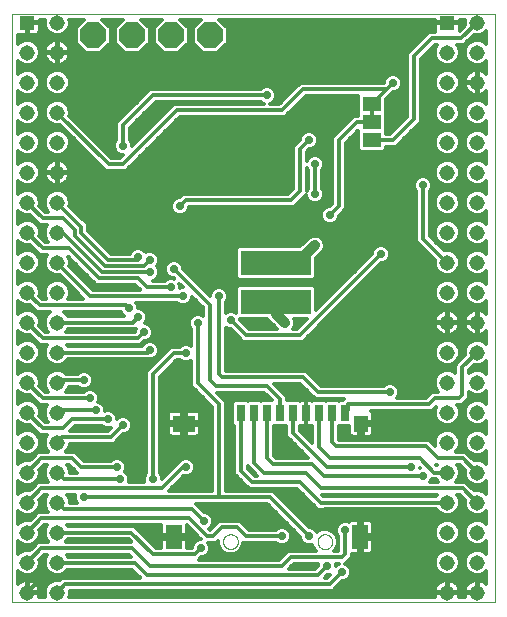
<source format=gbl>
G75*
%MOIN*%
%OFA0B0*%
%FSLAX25Y25*%
%IPPOS*%
%LPD*%
%AMOC8*
5,1,8,0,0,1.08239X$1,22.5*
%
%ADD10C,0.00000*%
%ADD11C,0.05150*%
%ADD12R,0.05150X0.05150*%
%ADD13R,0.02756X0.05512*%
%ADD14R,0.05512X0.07874*%
%ADD15R,0.05039X0.05512*%
%ADD16R,0.07677X0.05512*%
%ADD17OC8,0.08500*%
%ADD18R,0.06300X0.04600*%
%ADD19R,0.23622X0.07874*%
%ADD20C,0.01200*%
%ADD21C,0.02800*%
%ADD22C,0.03200*%
D10*
X0001171Y0003194D02*
X0001171Y0199194D01*
X0162171Y0199194D01*
X0162171Y0003194D01*
X0001171Y0003194D01*
X0071506Y0023398D02*
X0071508Y0023497D01*
X0071514Y0023596D01*
X0071524Y0023695D01*
X0071538Y0023793D01*
X0071556Y0023890D01*
X0071578Y0023987D01*
X0071603Y0024083D01*
X0071633Y0024177D01*
X0071666Y0024271D01*
X0071703Y0024363D01*
X0071744Y0024453D01*
X0071788Y0024542D01*
X0071836Y0024628D01*
X0071887Y0024713D01*
X0071942Y0024796D01*
X0072000Y0024876D01*
X0072061Y0024954D01*
X0072125Y0025030D01*
X0072192Y0025103D01*
X0072262Y0025173D01*
X0072335Y0025240D01*
X0072411Y0025304D01*
X0072489Y0025365D01*
X0072569Y0025423D01*
X0072652Y0025478D01*
X0072736Y0025529D01*
X0072823Y0025577D01*
X0072912Y0025621D01*
X0073002Y0025662D01*
X0073094Y0025699D01*
X0073188Y0025732D01*
X0073282Y0025762D01*
X0073378Y0025787D01*
X0073475Y0025809D01*
X0073572Y0025827D01*
X0073670Y0025841D01*
X0073769Y0025851D01*
X0073868Y0025857D01*
X0073967Y0025859D01*
X0074066Y0025857D01*
X0074165Y0025851D01*
X0074264Y0025841D01*
X0074362Y0025827D01*
X0074459Y0025809D01*
X0074556Y0025787D01*
X0074652Y0025762D01*
X0074746Y0025732D01*
X0074840Y0025699D01*
X0074932Y0025662D01*
X0075022Y0025621D01*
X0075111Y0025577D01*
X0075197Y0025529D01*
X0075282Y0025478D01*
X0075365Y0025423D01*
X0075445Y0025365D01*
X0075523Y0025304D01*
X0075599Y0025240D01*
X0075672Y0025173D01*
X0075742Y0025103D01*
X0075809Y0025030D01*
X0075873Y0024954D01*
X0075934Y0024876D01*
X0075992Y0024796D01*
X0076047Y0024713D01*
X0076098Y0024629D01*
X0076146Y0024542D01*
X0076190Y0024453D01*
X0076231Y0024363D01*
X0076268Y0024271D01*
X0076301Y0024177D01*
X0076331Y0024083D01*
X0076356Y0023987D01*
X0076378Y0023890D01*
X0076396Y0023793D01*
X0076410Y0023695D01*
X0076420Y0023596D01*
X0076426Y0023497D01*
X0076428Y0023398D01*
X0076426Y0023299D01*
X0076420Y0023200D01*
X0076410Y0023101D01*
X0076396Y0023003D01*
X0076378Y0022906D01*
X0076356Y0022809D01*
X0076331Y0022713D01*
X0076301Y0022619D01*
X0076268Y0022525D01*
X0076231Y0022433D01*
X0076190Y0022343D01*
X0076146Y0022254D01*
X0076098Y0022168D01*
X0076047Y0022083D01*
X0075992Y0022000D01*
X0075934Y0021920D01*
X0075873Y0021842D01*
X0075809Y0021766D01*
X0075742Y0021693D01*
X0075672Y0021623D01*
X0075599Y0021556D01*
X0075523Y0021492D01*
X0075445Y0021431D01*
X0075365Y0021373D01*
X0075282Y0021318D01*
X0075198Y0021267D01*
X0075111Y0021219D01*
X0075022Y0021175D01*
X0074932Y0021134D01*
X0074840Y0021097D01*
X0074746Y0021064D01*
X0074652Y0021034D01*
X0074556Y0021009D01*
X0074459Y0020987D01*
X0074362Y0020969D01*
X0074264Y0020955D01*
X0074165Y0020945D01*
X0074066Y0020939D01*
X0073967Y0020937D01*
X0073868Y0020939D01*
X0073769Y0020945D01*
X0073670Y0020955D01*
X0073572Y0020969D01*
X0073475Y0020987D01*
X0073378Y0021009D01*
X0073282Y0021034D01*
X0073188Y0021064D01*
X0073094Y0021097D01*
X0073002Y0021134D01*
X0072912Y0021175D01*
X0072823Y0021219D01*
X0072737Y0021267D01*
X0072652Y0021318D01*
X0072569Y0021373D01*
X0072489Y0021431D01*
X0072411Y0021492D01*
X0072335Y0021556D01*
X0072262Y0021623D01*
X0072192Y0021693D01*
X0072125Y0021766D01*
X0072061Y0021842D01*
X0072000Y0021920D01*
X0071942Y0022000D01*
X0071887Y0022083D01*
X0071836Y0022167D01*
X0071788Y0022254D01*
X0071744Y0022343D01*
X0071703Y0022433D01*
X0071666Y0022525D01*
X0071633Y0022619D01*
X0071603Y0022713D01*
X0071578Y0022809D01*
X0071556Y0022906D01*
X0071538Y0023003D01*
X0071524Y0023101D01*
X0071514Y0023200D01*
X0071508Y0023299D01*
X0071506Y0023398D01*
X0103002Y0023398D02*
X0103004Y0023497D01*
X0103010Y0023596D01*
X0103020Y0023695D01*
X0103034Y0023793D01*
X0103052Y0023890D01*
X0103074Y0023987D01*
X0103099Y0024083D01*
X0103129Y0024177D01*
X0103162Y0024271D01*
X0103199Y0024363D01*
X0103240Y0024453D01*
X0103284Y0024542D01*
X0103332Y0024628D01*
X0103383Y0024713D01*
X0103438Y0024796D01*
X0103496Y0024876D01*
X0103557Y0024954D01*
X0103621Y0025030D01*
X0103688Y0025103D01*
X0103758Y0025173D01*
X0103831Y0025240D01*
X0103907Y0025304D01*
X0103985Y0025365D01*
X0104065Y0025423D01*
X0104148Y0025478D01*
X0104232Y0025529D01*
X0104319Y0025577D01*
X0104408Y0025621D01*
X0104498Y0025662D01*
X0104590Y0025699D01*
X0104684Y0025732D01*
X0104778Y0025762D01*
X0104874Y0025787D01*
X0104971Y0025809D01*
X0105068Y0025827D01*
X0105166Y0025841D01*
X0105265Y0025851D01*
X0105364Y0025857D01*
X0105463Y0025859D01*
X0105562Y0025857D01*
X0105661Y0025851D01*
X0105760Y0025841D01*
X0105858Y0025827D01*
X0105955Y0025809D01*
X0106052Y0025787D01*
X0106148Y0025762D01*
X0106242Y0025732D01*
X0106336Y0025699D01*
X0106428Y0025662D01*
X0106518Y0025621D01*
X0106607Y0025577D01*
X0106693Y0025529D01*
X0106778Y0025478D01*
X0106861Y0025423D01*
X0106941Y0025365D01*
X0107019Y0025304D01*
X0107095Y0025240D01*
X0107168Y0025173D01*
X0107238Y0025103D01*
X0107305Y0025030D01*
X0107369Y0024954D01*
X0107430Y0024876D01*
X0107488Y0024796D01*
X0107543Y0024713D01*
X0107594Y0024629D01*
X0107642Y0024542D01*
X0107686Y0024453D01*
X0107727Y0024363D01*
X0107764Y0024271D01*
X0107797Y0024177D01*
X0107827Y0024083D01*
X0107852Y0023987D01*
X0107874Y0023890D01*
X0107892Y0023793D01*
X0107906Y0023695D01*
X0107916Y0023596D01*
X0107922Y0023497D01*
X0107924Y0023398D01*
X0107922Y0023299D01*
X0107916Y0023200D01*
X0107906Y0023101D01*
X0107892Y0023003D01*
X0107874Y0022906D01*
X0107852Y0022809D01*
X0107827Y0022713D01*
X0107797Y0022619D01*
X0107764Y0022525D01*
X0107727Y0022433D01*
X0107686Y0022343D01*
X0107642Y0022254D01*
X0107594Y0022168D01*
X0107543Y0022083D01*
X0107488Y0022000D01*
X0107430Y0021920D01*
X0107369Y0021842D01*
X0107305Y0021766D01*
X0107238Y0021693D01*
X0107168Y0021623D01*
X0107095Y0021556D01*
X0107019Y0021492D01*
X0106941Y0021431D01*
X0106861Y0021373D01*
X0106778Y0021318D01*
X0106694Y0021267D01*
X0106607Y0021219D01*
X0106518Y0021175D01*
X0106428Y0021134D01*
X0106336Y0021097D01*
X0106242Y0021064D01*
X0106148Y0021034D01*
X0106052Y0021009D01*
X0105955Y0020987D01*
X0105858Y0020969D01*
X0105760Y0020955D01*
X0105661Y0020945D01*
X0105562Y0020939D01*
X0105463Y0020937D01*
X0105364Y0020939D01*
X0105265Y0020945D01*
X0105166Y0020955D01*
X0105068Y0020969D01*
X0104971Y0020987D01*
X0104874Y0021009D01*
X0104778Y0021034D01*
X0104684Y0021064D01*
X0104590Y0021097D01*
X0104498Y0021134D01*
X0104408Y0021175D01*
X0104319Y0021219D01*
X0104233Y0021267D01*
X0104148Y0021318D01*
X0104065Y0021373D01*
X0103985Y0021431D01*
X0103907Y0021492D01*
X0103831Y0021556D01*
X0103758Y0021623D01*
X0103688Y0021693D01*
X0103621Y0021766D01*
X0103557Y0021842D01*
X0103496Y0021920D01*
X0103438Y0022000D01*
X0103383Y0022083D01*
X0103332Y0022167D01*
X0103284Y0022254D01*
X0103240Y0022343D01*
X0103199Y0022433D01*
X0103162Y0022525D01*
X0103129Y0022619D01*
X0103099Y0022713D01*
X0103074Y0022809D01*
X0103052Y0022906D01*
X0103034Y0023003D01*
X0103020Y0023101D01*
X0103010Y0023200D01*
X0103004Y0023299D01*
X0103002Y0023398D01*
D11*
X0146171Y0026430D03*
X0146171Y0036430D03*
X0146171Y0046430D03*
X0146171Y0056430D03*
X0146171Y0066430D03*
X0146171Y0076430D03*
X0146171Y0086430D03*
X0146171Y0096430D03*
X0146171Y0106430D03*
X0146171Y0116430D03*
X0146171Y0126430D03*
X0146171Y0136430D03*
X0146171Y0146430D03*
X0146171Y0156430D03*
X0146171Y0166430D03*
X0146171Y0176430D03*
X0146171Y0186430D03*
X0156171Y0186430D03*
X0156171Y0196430D03*
X0156171Y0176430D03*
X0156171Y0166430D03*
X0156171Y0156430D03*
X0156171Y0146430D03*
X0156171Y0136430D03*
X0156171Y0126430D03*
X0156171Y0116430D03*
X0156171Y0106430D03*
X0156171Y0096430D03*
X0156171Y0086430D03*
X0156171Y0076430D03*
X0156171Y0066430D03*
X0156171Y0056430D03*
X0156171Y0046430D03*
X0156171Y0036430D03*
X0156171Y0026430D03*
X0156171Y0016430D03*
X0156171Y0006430D03*
X0146171Y0006430D03*
X0146171Y0016430D03*
X0016171Y0016430D03*
X0016171Y0026430D03*
X0016171Y0036430D03*
X0016171Y0046430D03*
X0016171Y0056430D03*
X0016171Y0066430D03*
X0016171Y0076430D03*
X0016171Y0086430D03*
X0016171Y0096430D03*
X0016171Y0106430D03*
X0016171Y0116430D03*
X0016171Y0126430D03*
X0016171Y0136430D03*
X0016171Y0146430D03*
X0016171Y0156430D03*
X0016171Y0166430D03*
X0016171Y0176430D03*
X0016171Y0186430D03*
X0016171Y0196430D03*
X0006171Y0186430D03*
X0006171Y0176430D03*
X0006171Y0166430D03*
X0006171Y0156430D03*
X0006171Y0146430D03*
X0006171Y0136430D03*
X0006171Y0126430D03*
X0006171Y0116430D03*
X0006171Y0106430D03*
X0006171Y0096430D03*
X0006171Y0086430D03*
X0006171Y0076430D03*
X0006171Y0066430D03*
X0006171Y0056430D03*
X0006171Y0046430D03*
X0006171Y0036430D03*
X0006171Y0026430D03*
X0006171Y0016430D03*
X0006171Y0006430D03*
X0016171Y0006430D03*
D12*
X0006171Y0196430D03*
X0146171Y0196430D03*
D13*
X0112156Y0066194D03*
X0107825Y0066194D03*
X0103494Y0066194D03*
X0099163Y0066194D03*
X0094833Y0066194D03*
X0090502Y0066194D03*
X0086171Y0066194D03*
X0081841Y0066194D03*
X0077510Y0066194D03*
D14*
X0055069Y0024973D03*
X0117274Y0024973D03*
D15*
X0117510Y0062769D03*
D16*
X0058514Y0062769D03*
D17*
X0054171Y0192194D03*
X0067171Y0192194D03*
X0041171Y0192194D03*
X0028171Y0192194D03*
D18*
X0121171Y0169194D03*
X0121171Y0163194D03*
X0121171Y0157194D03*
D19*
X0089171Y0116280D03*
X0089171Y0103288D03*
D20*
X0086305Y0097751D02*
X0086458Y0097381D01*
X0089446Y0094394D01*
X0080083Y0094394D01*
X0077171Y0097305D01*
X0077171Y0097751D01*
X0086305Y0097751D01*
X0087162Y0096678D02*
X0077799Y0096678D01*
X0078997Y0095479D02*
X0088360Y0095479D01*
X0094889Y0094394D02*
X0095371Y0095557D01*
X0095371Y0096830D01*
X0094990Y0097751D01*
X0099617Y0097751D01*
X0096260Y0094394D01*
X0094889Y0094394D01*
X0095339Y0095479D02*
X0097345Y0095479D01*
X0098544Y0096678D02*
X0095371Y0096678D01*
X0097171Y0092194D02*
X0079171Y0092194D01*
X0074171Y0097194D01*
X0072371Y0099636D02*
X0072371Y0103151D01*
X0072715Y0103494D01*
X0073171Y0104597D01*
X0073171Y0105790D01*
X0072715Y0106893D01*
X0071871Y0107737D01*
X0070768Y0108194D01*
X0069575Y0108194D01*
X0068472Y0107737D01*
X0067628Y0106893D01*
X0067171Y0105790D01*
X0067171Y0105305D01*
X0058171Y0114305D01*
X0058171Y0114790D01*
X0057715Y0115893D01*
X0056871Y0116737D01*
X0055768Y0117194D01*
X0054575Y0117194D01*
X0053472Y0116737D01*
X0052628Y0115893D01*
X0052171Y0114790D01*
X0052171Y0113597D01*
X0052628Y0112494D01*
X0053472Y0111650D01*
X0054575Y0111194D01*
X0055060Y0111194D01*
X0055266Y0110987D01*
X0054768Y0111194D01*
X0053575Y0111194D01*
X0052472Y0110737D01*
X0052129Y0110394D01*
X0048251Y0110394D01*
X0048871Y0110650D01*
X0049715Y0111494D01*
X0050171Y0112597D01*
X0050171Y0113790D01*
X0049715Y0114893D01*
X0049414Y0115194D01*
X0049715Y0115494D01*
X0050171Y0116597D01*
X0050171Y0117790D01*
X0049715Y0118893D01*
X0048871Y0119737D01*
X0047768Y0120194D01*
X0046575Y0120194D01*
X0045734Y0119846D01*
X0045715Y0119893D01*
X0044871Y0120737D01*
X0043768Y0121194D01*
X0042575Y0121194D01*
X0041472Y0120737D01*
X0040628Y0119893D01*
X0040421Y0119394D01*
X0034083Y0119394D01*
X0026371Y0127105D01*
X0026371Y0128345D01*
X0026376Y0129252D01*
X0026371Y0129256D01*
X0026371Y0129262D01*
X0025731Y0129903D01*
X0020270Y0135417D01*
X0020346Y0135599D01*
X0020346Y0137260D01*
X0019710Y0138795D01*
X0018536Y0139969D01*
X0017002Y0140605D01*
X0015341Y0140605D01*
X0013806Y0139969D01*
X0012632Y0138795D01*
X0011996Y0137260D01*
X0011996Y0135599D01*
X0012632Y0134065D01*
X0013303Y0133394D01*
X0012250Y0133394D01*
X0010266Y0135407D01*
X0010346Y0135599D01*
X0010346Y0137260D01*
X0009710Y0138795D01*
X0008536Y0139969D01*
X0007002Y0140605D01*
X0005341Y0140605D01*
X0003806Y0139969D01*
X0003171Y0139334D01*
X0003171Y0143526D01*
X0003806Y0142891D01*
X0005341Y0142255D01*
X0007002Y0142255D01*
X0008536Y0142891D01*
X0009710Y0144065D01*
X0010346Y0145599D01*
X0010346Y0147260D01*
X0009710Y0148795D01*
X0008536Y0149969D01*
X0007002Y0150605D01*
X0005341Y0150605D01*
X0003806Y0149969D01*
X0003171Y0149334D01*
X0003171Y0153526D01*
X0003806Y0152891D01*
X0005341Y0152255D01*
X0007002Y0152255D01*
X0008536Y0152891D01*
X0009710Y0154065D01*
X0010346Y0155599D01*
X0010346Y0157260D01*
X0009710Y0158795D01*
X0008536Y0159969D01*
X0007002Y0160605D01*
X0005341Y0160605D01*
X0003806Y0159969D01*
X0003171Y0159334D01*
X0003171Y0163526D01*
X0003806Y0162891D01*
X0005341Y0162255D01*
X0007002Y0162255D01*
X0008536Y0162891D01*
X0009710Y0164065D01*
X0010346Y0165599D01*
X0010346Y0167260D01*
X0009710Y0168795D01*
X0008536Y0169969D01*
X0007002Y0170605D01*
X0005341Y0170605D01*
X0003806Y0169969D01*
X0003171Y0169334D01*
X0003171Y0173526D01*
X0003806Y0172891D01*
X0005341Y0172255D01*
X0007002Y0172255D01*
X0008536Y0172891D01*
X0009710Y0174065D01*
X0010346Y0175599D01*
X0010346Y0177260D01*
X0009710Y0178795D01*
X0008536Y0179969D01*
X0007002Y0180605D01*
X0005341Y0180605D01*
X0003806Y0179969D01*
X0003171Y0179334D01*
X0003171Y0183526D01*
X0003806Y0182891D01*
X0005341Y0182255D01*
X0007002Y0182255D01*
X0008536Y0182891D01*
X0009710Y0184065D01*
X0010346Y0185599D01*
X0010346Y0187260D01*
X0009710Y0188795D01*
X0008536Y0189969D01*
X0007002Y0190605D01*
X0005341Y0190605D01*
X0003806Y0189969D01*
X0003171Y0189334D01*
X0003171Y0192313D01*
X0003386Y0192255D01*
X0005984Y0192255D01*
X0005984Y0196242D01*
X0006359Y0196242D01*
X0006359Y0192255D01*
X0008957Y0192255D01*
X0009364Y0192364D01*
X0009728Y0192575D01*
X0010026Y0192873D01*
X0010237Y0193238D01*
X0010346Y0193644D01*
X0010346Y0196242D01*
X0006359Y0196242D01*
X0006359Y0196617D01*
X0010346Y0196617D01*
X0010346Y0197394D01*
X0012052Y0197394D01*
X0011996Y0197260D01*
X0011996Y0195599D01*
X0012632Y0194065D01*
X0013806Y0192891D01*
X0015341Y0192255D01*
X0017002Y0192255D01*
X0018536Y0192891D01*
X0019710Y0194065D01*
X0020346Y0195599D01*
X0020346Y0197260D01*
X0020291Y0197394D01*
X0025098Y0197394D01*
X0022321Y0194617D01*
X0022321Y0189771D01*
X0025748Y0186344D01*
X0030594Y0186344D01*
X0034021Y0189771D01*
X0034021Y0194617D01*
X0031244Y0197394D01*
X0038098Y0197394D01*
X0035321Y0194617D01*
X0035321Y0189771D01*
X0038748Y0186344D01*
X0043594Y0186344D01*
X0047021Y0189771D01*
X0047021Y0194617D01*
X0044244Y0197394D01*
X0051098Y0197394D01*
X0048321Y0194617D01*
X0048321Y0189771D01*
X0051748Y0186344D01*
X0056594Y0186344D01*
X0060021Y0189771D01*
X0060021Y0194617D01*
X0057244Y0197394D01*
X0064098Y0197394D01*
X0061321Y0194617D01*
X0061321Y0189771D01*
X0064748Y0186344D01*
X0069594Y0186344D01*
X0073021Y0189771D01*
X0073021Y0194617D01*
X0070244Y0197394D01*
X0141996Y0197394D01*
X0141996Y0196617D01*
X0145984Y0196617D01*
X0145984Y0196242D01*
X0141996Y0196242D01*
X0141996Y0193644D01*
X0142064Y0193394D01*
X0140260Y0193394D01*
X0138971Y0192105D01*
X0132971Y0186105D01*
X0132971Y0165105D01*
X0127260Y0159394D01*
X0125921Y0159394D01*
X0125921Y0160156D01*
X0125884Y0160194D01*
X0125921Y0160231D01*
X0125921Y0166156D01*
X0125884Y0166194D01*
X0125921Y0166231D01*
X0125921Y0170832D01*
X0128283Y0173194D01*
X0128768Y0173194D01*
X0129871Y0173650D01*
X0130715Y0174494D01*
X0131171Y0175597D01*
X0131171Y0176790D01*
X0130715Y0177893D01*
X0129871Y0178737D01*
X0128768Y0179194D01*
X0127575Y0179194D01*
X0126472Y0178737D01*
X0125628Y0177893D01*
X0125171Y0176790D01*
X0125171Y0176394D01*
X0097260Y0176394D01*
X0095971Y0175105D01*
X0090260Y0169394D01*
X0087251Y0169394D01*
X0087871Y0169650D01*
X0088715Y0170494D01*
X0089171Y0171597D01*
X0089171Y0172790D01*
X0088715Y0173893D01*
X0087871Y0174737D01*
X0086768Y0175194D01*
X0085575Y0175194D01*
X0084472Y0174737D01*
X0084129Y0174394D01*
X0047260Y0174394D01*
X0045971Y0173105D01*
X0035971Y0163105D01*
X0035971Y0157236D01*
X0035628Y0156893D01*
X0035171Y0155790D01*
X0035171Y0154597D01*
X0035628Y0153494D01*
X0036472Y0152650D01*
X0037575Y0152194D01*
X0038060Y0152194D01*
X0037260Y0151394D01*
X0034243Y0151394D01*
X0020274Y0165426D01*
X0020346Y0165599D01*
X0020346Y0167260D01*
X0019710Y0168795D01*
X0018536Y0169969D01*
X0017002Y0170605D01*
X0015341Y0170605D01*
X0013806Y0169969D01*
X0012632Y0168795D01*
X0011996Y0167260D01*
X0011996Y0165599D01*
X0012632Y0164065D01*
X0013806Y0162891D01*
X0015341Y0162255D01*
X0017002Y0162255D01*
X0017158Y0162320D01*
X0031129Y0148285D01*
X0031129Y0148282D01*
X0031772Y0147639D01*
X0032412Y0146996D01*
X0032415Y0146996D01*
X0032417Y0146994D01*
X0033326Y0146994D01*
X0034235Y0146992D01*
X0034237Y0146994D01*
X0039083Y0146994D01*
X0057083Y0164994D01*
X0092083Y0164994D01*
X0099083Y0171994D01*
X0116421Y0171994D01*
X0116421Y0166231D01*
X0116459Y0166194D01*
X0116421Y0166156D01*
X0116421Y0165394D01*
X0115260Y0165394D01*
X0109260Y0159394D01*
X0107971Y0158105D01*
X0107971Y0136105D01*
X0107060Y0135194D01*
X0106575Y0135194D01*
X0105472Y0134737D01*
X0104628Y0133893D01*
X0104171Y0132790D01*
X0104171Y0131597D01*
X0104628Y0130494D01*
X0105472Y0129650D01*
X0106575Y0129194D01*
X0107768Y0129194D01*
X0108871Y0129650D01*
X0109715Y0130494D01*
X0110171Y0131597D01*
X0110171Y0132082D01*
X0112371Y0134282D01*
X0112371Y0156282D01*
X0116421Y0160332D01*
X0116421Y0160231D01*
X0116459Y0160194D01*
X0116421Y0160156D01*
X0116421Y0154231D01*
X0117359Y0153294D01*
X0124984Y0153294D01*
X0125921Y0154231D01*
X0125921Y0154994D01*
X0129083Y0154994D01*
X0137371Y0163282D01*
X0137371Y0184282D01*
X0142083Y0188994D01*
X0142831Y0188994D01*
X0142632Y0188795D01*
X0141996Y0187260D01*
X0141996Y0185599D01*
X0142632Y0184065D01*
X0143806Y0182891D01*
X0145341Y0182255D01*
X0147002Y0182255D01*
X0148536Y0182891D01*
X0149710Y0184065D01*
X0150346Y0185599D01*
X0150346Y0187260D01*
X0149710Y0188795D01*
X0149512Y0188994D01*
X0150848Y0188994D01*
X0151751Y0188987D01*
X0151758Y0188994D01*
X0151768Y0188994D01*
X0152406Y0189633D01*
X0155149Y0192335D01*
X0155341Y0192255D01*
X0157002Y0192255D01*
X0158536Y0192891D01*
X0159171Y0193526D01*
X0159171Y0189334D01*
X0158536Y0189969D01*
X0157002Y0190605D01*
X0155341Y0190605D01*
X0153806Y0189969D01*
X0152632Y0188795D01*
X0151996Y0187260D01*
X0151996Y0185599D01*
X0152632Y0184065D01*
X0153806Y0182891D01*
X0155341Y0182255D01*
X0157002Y0182255D01*
X0158536Y0182891D01*
X0159171Y0183526D01*
X0159171Y0179334D01*
X0158891Y0179614D01*
X0158359Y0180001D01*
X0157774Y0180299D01*
X0157149Y0180502D01*
X0156500Y0180605D01*
X0156359Y0180605D01*
X0156359Y0176617D01*
X0155984Y0176617D01*
X0155984Y0176242D01*
X0156359Y0176242D01*
X0156359Y0172255D01*
X0156500Y0172255D01*
X0157149Y0172358D01*
X0157774Y0172561D01*
X0158359Y0172859D01*
X0158891Y0173246D01*
X0159171Y0173526D01*
X0159171Y0169334D01*
X0158536Y0169969D01*
X0157002Y0170605D01*
X0155341Y0170605D01*
X0153806Y0169969D01*
X0152632Y0168795D01*
X0151996Y0167260D01*
X0151996Y0165599D01*
X0152632Y0164065D01*
X0153806Y0162891D01*
X0155341Y0162255D01*
X0157002Y0162255D01*
X0158536Y0162891D01*
X0159171Y0163526D01*
X0159171Y0159334D01*
X0158536Y0159969D01*
X0157002Y0160605D01*
X0155341Y0160605D01*
X0153806Y0159969D01*
X0152632Y0158795D01*
X0151996Y0157260D01*
X0151996Y0155599D01*
X0152632Y0154065D01*
X0153806Y0152891D01*
X0155341Y0152255D01*
X0157002Y0152255D01*
X0158536Y0152891D01*
X0159171Y0153526D01*
X0159171Y0149334D01*
X0158536Y0149969D01*
X0157002Y0150605D01*
X0155341Y0150605D01*
X0153806Y0149969D01*
X0152632Y0148795D01*
X0151996Y0147260D01*
X0151996Y0145599D01*
X0152632Y0144065D01*
X0153806Y0142891D01*
X0155341Y0142255D01*
X0157002Y0142255D01*
X0158536Y0142891D01*
X0159171Y0143526D01*
X0159171Y0139334D01*
X0158536Y0139969D01*
X0157002Y0140605D01*
X0155341Y0140605D01*
X0153806Y0139969D01*
X0152632Y0138795D01*
X0151996Y0137260D01*
X0151996Y0135599D01*
X0152632Y0134065D01*
X0153806Y0132891D01*
X0155341Y0132255D01*
X0157002Y0132255D01*
X0158536Y0132891D01*
X0159171Y0133526D01*
X0159171Y0129334D01*
X0158536Y0129969D01*
X0157002Y0130605D01*
X0155341Y0130605D01*
X0153806Y0129969D01*
X0152632Y0128795D01*
X0151996Y0127260D01*
X0151996Y0125599D01*
X0152632Y0124065D01*
X0153806Y0122891D01*
X0155341Y0122255D01*
X0157002Y0122255D01*
X0158536Y0122891D01*
X0159171Y0123526D01*
X0159171Y0119334D01*
X0158536Y0119969D01*
X0157002Y0120605D01*
X0155341Y0120605D01*
X0153806Y0119969D01*
X0152632Y0118795D01*
X0151996Y0117260D01*
X0151996Y0115599D01*
X0152632Y0114065D01*
X0153806Y0112891D01*
X0155341Y0112255D01*
X0157002Y0112255D01*
X0158536Y0112891D01*
X0159171Y0113526D01*
X0159171Y0109334D01*
X0158536Y0109969D01*
X0157002Y0110605D01*
X0155341Y0110605D01*
X0153806Y0109969D01*
X0152632Y0108795D01*
X0151996Y0107260D01*
X0151996Y0105599D01*
X0152632Y0104065D01*
X0153806Y0102891D01*
X0155341Y0102255D01*
X0157002Y0102255D01*
X0158536Y0102891D01*
X0159171Y0103526D01*
X0159171Y0099334D01*
X0158891Y0099614D01*
X0158359Y0100001D01*
X0157774Y0100299D01*
X0157149Y0100502D01*
X0156500Y0100605D01*
X0156359Y0100605D01*
X0156359Y0096617D01*
X0155984Y0096617D01*
X0155984Y0096242D01*
X0156359Y0096242D01*
X0156359Y0092255D01*
X0156500Y0092255D01*
X0157149Y0092358D01*
X0157774Y0092561D01*
X0158359Y0092859D01*
X0158891Y0093246D01*
X0159171Y0093526D01*
X0159171Y0089334D01*
X0158536Y0089969D01*
X0157002Y0090605D01*
X0155341Y0090605D01*
X0153806Y0089969D01*
X0152632Y0088795D01*
X0151996Y0087260D01*
X0151996Y0085599D01*
X0152053Y0085463D01*
X0150270Y0083709D01*
X0150260Y0083709D01*
X0149622Y0083070D01*
X0148979Y0082437D01*
X0148978Y0082427D01*
X0148971Y0082420D01*
X0148971Y0081518D01*
X0148964Y0080615D01*
X0148971Y0080608D01*
X0148971Y0079534D01*
X0148536Y0079969D01*
X0147002Y0080605D01*
X0145341Y0080605D01*
X0143806Y0079969D01*
X0142632Y0078795D01*
X0141996Y0077260D01*
X0141996Y0075599D01*
X0142632Y0074065D01*
X0143303Y0073394D01*
X0141260Y0073394D01*
X0139971Y0072105D01*
X0139260Y0071394D01*
X0129614Y0071394D01*
X0129715Y0071494D01*
X0130171Y0072597D01*
X0130171Y0073790D01*
X0129715Y0074893D01*
X0128871Y0075737D01*
X0127768Y0076194D01*
X0126575Y0076194D01*
X0125472Y0075737D01*
X0125129Y0075394D01*
X0104083Y0075394D01*
X0100371Y0079105D01*
X0099083Y0080394D01*
X0072371Y0080394D01*
X0072371Y0094751D01*
X0072472Y0094650D01*
X0073575Y0094194D01*
X0074060Y0094194D01*
X0078260Y0089994D01*
X0098083Y0089994D01*
X0099371Y0091282D01*
X0124283Y0116194D01*
X0124768Y0116194D01*
X0125871Y0116650D01*
X0126715Y0117494D01*
X0127171Y0118597D01*
X0127171Y0119790D01*
X0126715Y0120893D01*
X0125871Y0121737D01*
X0124768Y0122194D01*
X0123575Y0122194D01*
X0122472Y0121737D01*
X0121628Y0120893D01*
X0121171Y0119790D01*
X0121171Y0119305D01*
X0102582Y0100716D01*
X0102582Y0107888D01*
X0101645Y0108825D01*
X0076697Y0108825D01*
X0075760Y0107888D01*
X0075760Y0099783D01*
X0074768Y0100194D01*
X0073575Y0100194D01*
X0072472Y0099737D01*
X0072371Y0099636D01*
X0072371Y0100273D02*
X0075760Y0100273D01*
X0075760Y0101472D02*
X0072371Y0101472D01*
X0072371Y0102670D02*
X0075760Y0102670D01*
X0075760Y0103869D02*
X0072870Y0103869D01*
X0073171Y0105067D02*
X0075760Y0105067D01*
X0075760Y0106266D02*
X0072974Y0106266D01*
X0072143Y0107464D02*
X0075760Y0107464D01*
X0076535Y0108663D02*
X0063814Y0108663D01*
X0065012Y0107464D02*
X0068199Y0107464D01*
X0067368Y0106266D02*
X0066211Y0106266D01*
X0070171Y0105194D02*
X0070171Y0079194D01*
X0071171Y0078194D01*
X0098171Y0078194D01*
X0103171Y0073194D01*
X0127171Y0073194D01*
X0129503Y0075104D02*
X0142202Y0075104D01*
X0141996Y0076303D02*
X0103173Y0076303D01*
X0101975Y0077501D02*
X0142096Y0077501D01*
X0142593Y0078700D02*
X0100776Y0078700D01*
X0099578Y0079898D02*
X0143736Y0079898D01*
X0145243Y0082295D02*
X0072371Y0082295D01*
X0072371Y0081097D02*
X0148968Y0081097D01*
X0148971Y0082295D02*
X0147099Y0082295D01*
X0147002Y0082255D02*
X0148536Y0082891D01*
X0149710Y0084065D01*
X0150346Y0085599D01*
X0150346Y0087260D01*
X0149710Y0088795D01*
X0148536Y0089969D01*
X0147002Y0090605D01*
X0145341Y0090605D01*
X0143806Y0089969D01*
X0142632Y0088795D01*
X0141996Y0087260D01*
X0141996Y0085599D01*
X0142632Y0084065D01*
X0143806Y0082891D01*
X0145341Y0082255D01*
X0147002Y0082255D01*
X0149139Y0083494D02*
X0150045Y0083494D01*
X0149970Y0084692D02*
X0151270Y0084692D01*
X0151996Y0085891D02*
X0150346Y0085891D01*
X0150346Y0087089D02*
X0151996Y0087089D01*
X0152422Y0088288D02*
X0149920Y0088288D01*
X0149019Y0089487D02*
X0153324Y0089487D01*
X0154569Y0092561D02*
X0153983Y0092859D01*
X0153452Y0093246D01*
X0152987Y0093710D01*
X0152601Y0094242D01*
X0152302Y0094827D01*
X0152099Y0095452D01*
X0151996Y0096101D01*
X0151996Y0096242D01*
X0155984Y0096242D01*
X0155984Y0092255D01*
X0155843Y0092255D01*
X0155194Y0092358D01*
X0154569Y0092561D01*
X0153677Y0093082D02*
X0148666Y0093082D01*
X0148891Y0093246D02*
X0149356Y0093710D01*
X0149742Y0094242D01*
X0150040Y0094827D01*
X0150243Y0095452D01*
X0150346Y0096101D01*
X0150346Y0096242D01*
X0146359Y0096242D01*
X0146359Y0092255D01*
X0146500Y0092255D01*
X0147149Y0092358D01*
X0147774Y0092561D01*
X0148359Y0092859D01*
X0148891Y0093246D01*
X0149762Y0094281D02*
X0152581Y0094281D01*
X0152095Y0095479D02*
X0150247Y0095479D01*
X0150346Y0096617D02*
X0150346Y0096758D01*
X0150243Y0097408D01*
X0150040Y0098032D01*
X0149742Y0098618D01*
X0149356Y0099150D01*
X0148891Y0099614D01*
X0148359Y0100001D01*
X0147774Y0100299D01*
X0147149Y0100502D01*
X0146500Y0100605D01*
X0146359Y0100605D01*
X0146359Y0096617D01*
X0150346Y0096617D01*
X0150346Y0096678D02*
X0151996Y0096678D01*
X0151996Y0096617D02*
X0155984Y0096617D01*
X0155984Y0100605D01*
X0155843Y0100605D01*
X0155194Y0100502D01*
X0154569Y0100299D01*
X0153983Y0100001D01*
X0153452Y0099614D01*
X0152987Y0099150D01*
X0152601Y0098618D01*
X0152302Y0098032D01*
X0152099Y0097408D01*
X0151996Y0096758D01*
X0151996Y0096617D01*
X0152252Y0097876D02*
X0150091Y0097876D01*
X0149410Y0099075D02*
X0152932Y0099075D01*
X0154518Y0100273D02*
X0147824Y0100273D01*
X0146359Y0100273D02*
X0145984Y0100273D01*
X0145984Y0100605D02*
X0145843Y0100605D01*
X0145194Y0100502D01*
X0144569Y0100299D01*
X0143983Y0100001D01*
X0143452Y0099614D01*
X0142987Y0099150D01*
X0142601Y0098618D01*
X0142302Y0098032D01*
X0142099Y0097408D01*
X0141996Y0096758D01*
X0141996Y0096617D01*
X0145984Y0096617D01*
X0145984Y0096242D01*
X0146359Y0096242D01*
X0146359Y0096617D01*
X0145984Y0096617D01*
X0145984Y0100605D01*
X0144518Y0100273D02*
X0108362Y0100273D01*
X0107163Y0099075D02*
X0142932Y0099075D01*
X0142252Y0097876D02*
X0105965Y0097876D01*
X0104766Y0096678D02*
X0141996Y0096678D01*
X0141996Y0096242D02*
X0141996Y0096101D01*
X0142099Y0095452D01*
X0142302Y0094827D01*
X0142601Y0094242D01*
X0142987Y0093710D01*
X0143452Y0093246D01*
X0143983Y0092859D01*
X0144569Y0092561D01*
X0145194Y0092358D01*
X0145843Y0092255D01*
X0145984Y0092255D01*
X0145984Y0096242D01*
X0141996Y0096242D01*
X0142095Y0095479D02*
X0103568Y0095479D01*
X0102369Y0094281D02*
X0142581Y0094281D01*
X0143677Y0093082D02*
X0101171Y0093082D01*
X0099972Y0091884D02*
X0159171Y0091884D01*
X0159171Y0093082D02*
X0158666Y0093082D01*
X0156359Y0093082D02*
X0155984Y0093082D01*
X0155984Y0094281D02*
X0156359Y0094281D01*
X0156359Y0095479D02*
X0155984Y0095479D01*
X0155984Y0096678D02*
X0156359Y0096678D01*
X0156359Y0097876D02*
X0155984Y0097876D01*
X0155984Y0099075D02*
X0156359Y0099075D01*
X0156359Y0100273D02*
X0155984Y0100273D01*
X0157824Y0100273D02*
X0159171Y0100273D01*
X0159171Y0101472D02*
X0109560Y0101472D01*
X0110759Y0102670D02*
X0144339Y0102670D01*
X0143806Y0102891D02*
X0145341Y0102255D01*
X0147002Y0102255D01*
X0148536Y0102891D01*
X0149710Y0104065D01*
X0150346Y0105599D01*
X0150346Y0107260D01*
X0149710Y0108795D01*
X0148536Y0109969D01*
X0147002Y0110605D01*
X0145341Y0110605D01*
X0143806Y0109969D01*
X0142632Y0108795D01*
X0141996Y0107260D01*
X0141996Y0105599D01*
X0142632Y0104065D01*
X0143806Y0102891D01*
X0142828Y0103869D02*
X0111957Y0103869D01*
X0113156Y0105067D02*
X0142217Y0105067D01*
X0141996Y0106266D02*
X0114355Y0106266D01*
X0115553Y0107464D02*
X0142081Y0107464D01*
X0142577Y0108663D02*
X0116752Y0108663D01*
X0117950Y0109861D02*
X0143698Y0109861D01*
X0145333Y0112258D02*
X0120347Y0112258D01*
X0119149Y0111060D02*
X0159171Y0111060D01*
X0159171Y0112258D02*
X0157009Y0112258D01*
X0155333Y0112258D02*
X0147009Y0112258D01*
X0147002Y0112255D02*
X0148536Y0112891D01*
X0149710Y0114065D01*
X0150346Y0115599D01*
X0150346Y0117260D01*
X0149710Y0118795D01*
X0148536Y0119969D01*
X0147002Y0120605D01*
X0145341Y0120605D01*
X0145158Y0120529D01*
X0140371Y0125269D01*
X0140371Y0140151D01*
X0140715Y0140494D01*
X0141171Y0141597D01*
X0141171Y0142790D01*
X0140715Y0143893D01*
X0139871Y0144737D01*
X0138768Y0145194D01*
X0137575Y0145194D01*
X0136472Y0144737D01*
X0135628Y0143893D01*
X0135171Y0142790D01*
X0135171Y0141597D01*
X0135628Y0140494D01*
X0135971Y0140151D01*
X0135971Y0125256D01*
X0135967Y0125252D01*
X0135971Y0124345D01*
X0135971Y0123440D01*
X0135976Y0123435D01*
X0135976Y0123429D01*
X0136619Y0122792D01*
X0137260Y0122151D01*
X0137266Y0122151D01*
X0142057Y0117407D01*
X0141996Y0117260D01*
X0141996Y0115599D01*
X0142632Y0114065D01*
X0143806Y0112891D01*
X0145341Y0112255D01*
X0147002Y0112255D01*
X0149102Y0113457D02*
X0153240Y0113457D01*
X0152388Y0114655D02*
X0149955Y0114655D01*
X0150346Y0115854D02*
X0151996Y0115854D01*
X0151996Y0117052D02*
X0150346Y0117052D01*
X0149936Y0118251D02*
X0152407Y0118251D01*
X0153287Y0119449D02*
X0149056Y0119449D01*
X0147002Y0122255D02*
X0148536Y0122891D01*
X0149710Y0124065D01*
X0150346Y0125599D01*
X0150346Y0127260D01*
X0149710Y0128795D01*
X0148536Y0129969D01*
X0147002Y0130605D01*
X0145341Y0130605D01*
X0143806Y0129969D01*
X0142632Y0128795D01*
X0141996Y0127260D01*
X0141996Y0125599D01*
X0142632Y0124065D01*
X0143806Y0122891D01*
X0145341Y0122255D01*
X0147002Y0122255D01*
X0148690Y0123045D02*
X0153652Y0123045D01*
X0152558Y0124243D02*
X0149784Y0124243D01*
X0150281Y0125442D02*
X0152062Y0125442D01*
X0151996Y0126640D02*
X0150346Y0126640D01*
X0150106Y0127839D02*
X0152236Y0127839D01*
X0152875Y0129037D02*
X0149468Y0129037D01*
X0147892Y0130236D02*
X0154450Y0130236D01*
X0154429Y0132633D02*
X0147914Y0132633D01*
X0148536Y0132891D02*
X0149710Y0134065D01*
X0150346Y0135599D01*
X0150346Y0137260D01*
X0149710Y0138795D01*
X0148536Y0139969D01*
X0147002Y0140605D01*
X0145341Y0140605D01*
X0143806Y0139969D01*
X0142632Y0138795D01*
X0141996Y0137260D01*
X0141996Y0135599D01*
X0142632Y0134065D01*
X0143806Y0132891D01*
X0145341Y0132255D01*
X0147002Y0132255D01*
X0148536Y0132891D01*
X0149477Y0133831D02*
X0152866Y0133831D01*
X0152232Y0135030D02*
X0150110Y0135030D01*
X0150346Y0136228D02*
X0151996Y0136228D01*
X0152065Y0137427D02*
X0150277Y0137427D01*
X0149781Y0138625D02*
X0152562Y0138625D01*
X0153661Y0139824D02*
X0148681Y0139824D01*
X0147002Y0142255D02*
X0148536Y0142891D01*
X0149710Y0144065D01*
X0150346Y0145599D01*
X0150346Y0147260D01*
X0149710Y0148795D01*
X0148536Y0149969D01*
X0147002Y0150605D01*
X0145341Y0150605D01*
X0143806Y0149969D01*
X0142632Y0148795D01*
X0141996Y0147260D01*
X0141996Y0145599D01*
X0142632Y0144065D01*
X0143806Y0142891D01*
X0145341Y0142255D01*
X0147002Y0142255D01*
X0149065Y0143420D02*
X0153278Y0143420D01*
X0152403Y0144618D02*
X0149940Y0144618D01*
X0150346Y0145817D02*
X0151996Y0145817D01*
X0151996Y0147015D02*
X0150346Y0147015D01*
X0149951Y0148214D02*
X0152391Y0148214D01*
X0153249Y0149412D02*
X0149093Y0149412D01*
X0148536Y0152891D02*
X0147002Y0152255D01*
X0145341Y0152255D01*
X0143806Y0152891D01*
X0142632Y0154065D01*
X0141996Y0155599D01*
X0141996Y0157260D01*
X0142632Y0158795D01*
X0143806Y0159969D01*
X0145341Y0160605D01*
X0147002Y0160605D01*
X0148536Y0159969D01*
X0149710Y0158795D01*
X0150346Y0157260D01*
X0150346Y0155599D01*
X0149710Y0154065D01*
X0148536Y0152891D01*
X0148653Y0153008D02*
X0153689Y0153008D01*
X0152574Y0154206D02*
X0149769Y0154206D01*
X0150265Y0155405D02*
X0152077Y0155405D01*
X0151996Y0156603D02*
X0150346Y0156603D01*
X0150122Y0157802D02*
X0152221Y0157802D01*
X0152837Y0159000D02*
X0149505Y0159000D01*
X0147982Y0160199D02*
X0154361Y0160199D01*
X0154519Y0162596D02*
X0147824Y0162596D01*
X0148536Y0162891D02*
X0149710Y0164065D01*
X0150346Y0165599D01*
X0150346Y0167260D01*
X0149710Y0168795D01*
X0148536Y0169969D01*
X0147002Y0170605D01*
X0145341Y0170605D01*
X0143806Y0169969D01*
X0142632Y0168795D01*
X0141996Y0167260D01*
X0141996Y0165599D01*
X0142632Y0164065D01*
X0143806Y0162891D01*
X0145341Y0162255D01*
X0147002Y0162255D01*
X0148536Y0162891D01*
X0149440Y0163794D02*
X0152903Y0163794D01*
X0152248Y0164993D02*
X0150095Y0164993D01*
X0150346Y0166191D02*
X0151996Y0166191D01*
X0152050Y0167390D02*
X0150292Y0167390D01*
X0149796Y0168588D02*
X0152547Y0168588D01*
X0153624Y0169787D02*
X0148718Y0169787D01*
X0147002Y0172255D02*
X0145341Y0172255D01*
X0143806Y0172891D01*
X0142632Y0174065D01*
X0141996Y0175599D01*
X0141996Y0177260D01*
X0142632Y0178795D01*
X0143806Y0179969D01*
X0145341Y0180605D01*
X0147002Y0180605D01*
X0148536Y0179969D01*
X0149710Y0178795D01*
X0150346Y0177260D01*
X0150346Y0175599D01*
X0149710Y0174065D01*
X0148536Y0172891D01*
X0147002Y0172255D01*
X0149028Y0173382D02*
X0153315Y0173382D01*
X0153452Y0173246D02*
X0153983Y0172859D01*
X0154569Y0172561D01*
X0155194Y0172358D01*
X0155843Y0172255D01*
X0155984Y0172255D01*
X0155984Y0176242D01*
X0151996Y0176242D01*
X0151996Y0176101D01*
X0152099Y0175452D01*
X0152302Y0174827D01*
X0152601Y0174242D01*
X0152987Y0173710D01*
X0153452Y0173246D01*
X0152428Y0174581D02*
X0149924Y0174581D01*
X0150346Y0175779D02*
X0152047Y0175779D01*
X0151996Y0176617D02*
X0155984Y0176617D01*
X0155984Y0180605D01*
X0155843Y0180605D01*
X0155194Y0180502D01*
X0154569Y0180299D01*
X0153983Y0180001D01*
X0153452Y0179614D01*
X0152987Y0179150D01*
X0152601Y0178618D01*
X0152302Y0178032D01*
X0152099Y0177408D01*
X0151996Y0176758D01*
X0151996Y0176617D01*
X0152031Y0176978D02*
X0150346Y0176978D01*
X0149967Y0178176D02*
X0152376Y0178176D01*
X0153212Y0179375D02*
X0149130Y0179375D01*
X0147077Y0180573D02*
X0155645Y0180573D01*
X0155984Y0180573D02*
X0156359Y0180573D01*
X0156698Y0180573D02*
X0159171Y0180573D01*
X0159130Y0179375D02*
X0159171Y0179375D01*
X0159171Y0181772D02*
X0137371Y0181772D01*
X0137371Y0182970D02*
X0143727Y0182970D01*
X0142589Y0184169D02*
X0137371Y0184169D01*
X0138456Y0185367D02*
X0142093Y0185367D01*
X0141996Y0186566D02*
X0139655Y0186566D01*
X0140853Y0187764D02*
X0142205Y0187764D01*
X0142052Y0188963D02*
X0142800Y0188963D01*
X0141171Y0191194D02*
X0150856Y0191194D01*
X0156171Y0196430D01*
X0157734Y0192558D02*
X0159171Y0192558D01*
X0159171Y0191360D02*
X0154160Y0191360D01*
X0154271Y0190161D02*
X0152943Y0190161D01*
X0152800Y0188963D02*
X0149542Y0188963D01*
X0150137Y0187764D02*
X0152205Y0187764D01*
X0151996Y0186566D02*
X0150346Y0186566D01*
X0150250Y0185367D02*
X0152093Y0185367D01*
X0152589Y0184169D02*
X0149753Y0184169D01*
X0148616Y0182970D02*
X0153727Y0182970D01*
X0155984Y0179375D02*
X0156359Y0179375D01*
X0156359Y0178176D02*
X0155984Y0178176D01*
X0155984Y0176978D02*
X0156359Y0176978D01*
X0156359Y0175779D02*
X0155984Y0175779D01*
X0155984Y0174581D02*
X0156359Y0174581D01*
X0156359Y0173382D02*
X0155984Y0173382D01*
X0159028Y0173382D02*
X0159171Y0173382D01*
X0159171Y0172184D02*
X0137371Y0172184D01*
X0137371Y0173382D02*
X0143315Y0173382D01*
X0142418Y0174581D02*
X0137371Y0174581D01*
X0137371Y0175779D02*
X0141996Y0175779D01*
X0141996Y0176978D02*
X0137371Y0176978D01*
X0137371Y0178176D02*
X0142376Y0178176D01*
X0143212Y0179375D02*
X0137371Y0179375D01*
X0137371Y0180573D02*
X0145265Y0180573D01*
X0135171Y0185194D02*
X0141171Y0191194D01*
X0139425Y0192558D02*
X0073021Y0192558D01*
X0073021Y0191360D02*
X0138226Y0191360D01*
X0138971Y0192105D02*
X0138971Y0192105D01*
X0137028Y0190161D02*
X0073021Y0190161D01*
X0072214Y0188963D02*
X0135829Y0188963D01*
X0134631Y0187764D02*
X0071015Y0187764D01*
X0069817Y0186566D02*
X0133432Y0186566D01*
X0132971Y0185367D02*
X0020216Y0185367D01*
X0020243Y0185452D02*
X0020346Y0186101D01*
X0020346Y0186242D01*
X0016359Y0186242D01*
X0016359Y0182255D01*
X0016500Y0182255D01*
X0017149Y0182358D01*
X0017774Y0182561D01*
X0018359Y0182859D01*
X0018891Y0183246D01*
X0019356Y0183710D01*
X0019742Y0184242D01*
X0020040Y0184827D01*
X0020243Y0185452D01*
X0020346Y0186617D02*
X0020346Y0186758D01*
X0020243Y0187408D01*
X0020040Y0188032D01*
X0019742Y0188618D01*
X0019356Y0189150D01*
X0018891Y0189614D01*
X0018359Y0190001D01*
X0017774Y0190299D01*
X0017149Y0190502D01*
X0016500Y0190605D01*
X0016359Y0190605D01*
X0016359Y0186617D01*
X0020346Y0186617D01*
X0020127Y0187764D02*
X0024327Y0187764D01*
X0025526Y0186566D02*
X0016359Y0186566D01*
X0016359Y0186617D02*
X0016359Y0186242D01*
X0015984Y0186242D01*
X0015984Y0182255D01*
X0015843Y0182255D01*
X0015194Y0182358D01*
X0014569Y0182561D01*
X0013983Y0182859D01*
X0013452Y0183246D01*
X0012987Y0183710D01*
X0012601Y0184242D01*
X0012302Y0184827D01*
X0012099Y0185452D01*
X0011996Y0186101D01*
X0011996Y0186242D01*
X0015984Y0186242D01*
X0015984Y0186617D01*
X0011996Y0186617D01*
X0011996Y0186758D01*
X0012099Y0187408D01*
X0012302Y0188032D01*
X0012601Y0188618D01*
X0012987Y0189150D01*
X0013452Y0189614D01*
X0013983Y0190001D01*
X0014569Y0190299D01*
X0015194Y0190502D01*
X0015843Y0190605D01*
X0015984Y0190605D01*
X0015984Y0186617D01*
X0016359Y0186617D01*
X0015984Y0186566D02*
X0010346Y0186566D01*
X0010250Y0185367D02*
X0012127Y0185367D01*
X0012654Y0184169D02*
X0009753Y0184169D01*
X0008616Y0182970D02*
X0013830Y0182970D01*
X0015984Y0182970D02*
X0016359Y0182970D01*
X0016359Y0184169D02*
X0015984Y0184169D01*
X0015984Y0185367D02*
X0016359Y0185367D01*
X0016359Y0187764D02*
X0015984Y0187764D01*
X0015984Y0188963D02*
X0016359Y0188963D01*
X0016359Y0190161D02*
X0015984Y0190161D01*
X0014299Y0190161D02*
X0008072Y0190161D01*
X0009542Y0188963D02*
X0012851Y0188963D01*
X0012215Y0187764D02*
X0010137Y0187764D01*
X0009700Y0192558D02*
X0014608Y0192558D01*
X0012940Y0193757D02*
X0010346Y0193757D01*
X0010346Y0194956D02*
X0012263Y0194956D01*
X0011996Y0196154D02*
X0010346Y0196154D01*
X0010346Y0197353D02*
X0012035Y0197353D01*
X0017734Y0192558D02*
X0022321Y0192558D01*
X0022321Y0191360D02*
X0003171Y0191360D01*
X0003171Y0190161D02*
X0004271Y0190161D01*
X0005984Y0192558D02*
X0006359Y0192558D01*
X0006359Y0193757D02*
X0005984Y0193757D01*
X0005984Y0194956D02*
X0006359Y0194956D01*
X0006359Y0196154D02*
X0005984Y0196154D01*
X0003727Y0182970D02*
X0003171Y0182970D01*
X0003171Y0181772D02*
X0132971Y0181772D01*
X0132971Y0182970D02*
X0018512Y0182970D01*
X0019689Y0184169D02*
X0132971Y0184169D01*
X0135171Y0185194D02*
X0135171Y0164194D01*
X0128171Y0157194D01*
X0121171Y0157194D01*
X0116421Y0156603D02*
X0112692Y0156603D01*
X0112371Y0155405D02*
X0116421Y0155405D01*
X0116446Y0154206D02*
X0112371Y0154206D01*
X0112371Y0153008D02*
X0143689Y0153008D01*
X0142574Y0154206D02*
X0125896Y0154206D01*
X0129493Y0155405D02*
X0142077Y0155405D01*
X0141996Y0156603D02*
X0130692Y0156603D01*
X0131890Y0157802D02*
X0142221Y0157802D01*
X0142837Y0159000D02*
X0133089Y0159000D01*
X0134288Y0160199D02*
X0144361Y0160199D01*
X0144519Y0162596D02*
X0136685Y0162596D01*
X0137371Y0163794D02*
X0142903Y0163794D01*
X0142248Y0164993D02*
X0137371Y0164993D01*
X0137371Y0166191D02*
X0141996Y0166191D01*
X0142050Y0167390D02*
X0137371Y0167390D01*
X0137371Y0168588D02*
X0142547Y0168588D01*
X0143624Y0169787D02*
X0137371Y0169787D01*
X0137371Y0170985D02*
X0159171Y0170985D01*
X0159171Y0169787D02*
X0158718Y0169787D01*
X0159171Y0162596D02*
X0157824Y0162596D01*
X0159171Y0161397D02*
X0135486Y0161397D01*
X0132859Y0164993D02*
X0125921Y0164993D01*
X0125886Y0166191D02*
X0132971Y0166191D01*
X0132971Y0167390D02*
X0125921Y0167390D01*
X0125921Y0168588D02*
X0132971Y0168588D01*
X0132971Y0169787D02*
X0125921Y0169787D01*
X0126074Y0170985D02*
X0132971Y0170985D01*
X0132971Y0172184D02*
X0127273Y0172184D01*
X0129223Y0173382D02*
X0132971Y0173382D01*
X0132971Y0174581D02*
X0130750Y0174581D01*
X0131171Y0175779D02*
X0132971Y0175779D01*
X0132971Y0176978D02*
X0131094Y0176978D01*
X0130431Y0178176D02*
X0132971Y0178176D01*
X0132971Y0179375D02*
X0019130Y0179375D01*
X0019710Y0178795D02*
X0018536Y0179969D01*
X0017002Y0180605D01*
X0015341Y0180605D01*
X0013806Y0179969D01*
X0012632Y0178795D01*
X0011996Y0177260D01*
X0011996Y0175599D01*
X0012632Y0174065D01*
X0013806Y0172891D01*
X0015341Y0172255D01*
X0017002Y0172255D01*
X0018536Y0172891D01*
X0019710Y0174065D01*
X0020346Y0175599D01*
X0020346Y0177260D01*
X0019710Y0178795D01*
X0019967Y0178176D02*
X0125911Y0178176D01*
X0125249Y0176978D02*
X0020346Y0176978D01*
X0020346Y0175779D02*
X0096646Y0175779D01*
X0095447Y0174581D02*
X0088027Y0174581D01*
X0088926Y0173382D02*
X0094249Y0173382D01*
X0093050Y0172184D02*
X0089171Y0172184D01*
X0088918Y0170985D02*
X0091852Y0170985D01*
X0090653Y0169787D02*
X0088007Y0169787D01*
X0085092Y0169394D02*
X0055260Y0169394D01*
X0053971Y0168105D01*
X0041171Y0155305D01*
X0041171Y0155790D01*
X0040715Y0156893D01*
X0040371Y0157236D01*
X0040371Y0161282D01*
X0049083Y0169994D01*
X0084129Y0169994D01*
X0084472Y0169650D01*
X0085092Y0169394D01*
X0084336Y0169787D02*
X0048876Y0169787D01*
X0047677Y0168588D02*
X0054455Y0168588D01*
X0053256Y0167390D02*
X0046479Y0167390D01*
X0045280Y0166191D02*
X0052058Y0166191D01*
X0050859Y0164993D02*
X0044082Y0164993D01*
X0042883Y0163794D02*
X0049661Y0163794D01*
X0048462Y0162596D02*
X0041685Y0162596D01*
X0040486Y0161397D02*
X0047263Y0161397D01*
X0046065Y0160199D02*
X0040371Y0160199D01*
X0040371Y0159000D02*
X0044866Y0159000D01*
X0043668Y0157802D02*
X0040371Y0157802D01*
X0040835Y0156603D02*
X0042469Y0156603D01*
X0041271Y0155405D02*
X0041171Y0155405D01*
X0043898Y0151809D02*
X0094971Y0151809D01*
X0094971Y0150611D02*
X0042699Y0150611D01*
X0041501Y0149412D02*
X0094971Y0149412D01*
X0094971Y0148214D02*
X0040302Y0148214D01*
X0039104Y0147015D02*
X0094971Y0147015D01*
X0094971Y0145817D02*
X0020301Y0145817D01*
X0020346Y0146101D02*
X0020346Y0146242D01*
X0016359Y0146242D01*
X0016359Y0142255D01*
X0016500Y0142255D01*
X0017149Y0142358D01*
X0017774Y0142561D01*
X0018359Y0142859D01*
X0018891Y0143246D01*
X0019356Y0143710D01*
X0019742Y0144242D01*
X0020040Y0144827D01*
X0020243Y0145452D01*
X0020346Y0146101D01*
X0020346Y0146617D02*
X0020346Y0146758D01*
X0020243Y0147408D01*
X0020040Y0148032D01*
X0019742Y0148618D01*
X0019356Y0149150D01*
X0018891Y0149614D01*
X0018359Y0150001D01*
X0017774Y0150299D01*
X0017149Y0150502D01*
X0016500Y0150605D01*
X0016359Y0150605D01*
X0016359Y0146617D01*
X0020346Y0146617D01*
X0020305Y0147015D02*
X0032393Y0147015D01*
X0031198Y0148214D02*
X0019948Y0148214D01*
X0019093Y0149412D02*
X0030007Y0149412D01*
X0028814Y0150611D02*
X0003171Y0150611D01*
X0003171Y0151809D02*
X0027621Y0151809D01*
X0026428Y0153008D02*
X0018653Y0153008D01*
X0018536Y0152891D02*
X0019710Y0154065D01*
X0020346Y0155599D01*
X0020346Y0157260D01*
X0019710Y0158795D01*
X0018536Y0159969D01*
X0017002Y0160605D01*
X0015341Y0160605D01*
X0013806Y0159969D01*
X0012632Y0158795D01*
X0011996Y0157260D01*
X0011996Y0155599D01*
X0012632Y0154065D01*
X0013806Y0152891D01*
X0015341Y0152255D01*
X0017002Y0152255D01*
X0018536Y0152891D01*
X0019769Y0154206D02*
X0025235Y0154206D01*
X0024042Y0155405D02*
X0020265Y0155405D01*
X0020346Y0156603D02*
X0022849Y0156603D01*
X0021656Y0157802D02*
X0020122Y0157802D01*
X0020463Y0159000D02*
X0019505Y0159000D01*
X0019270Y0160199D02*
X0017982Y0160199D01*
X0018077Y0161397D02*
X0003171Y0161397D01*
X0003171Y0160199D02*
X0004361Y0160199D01*
X0004519Y0162596D02*
X0003171Y0162596D01*
X0007824Y0162596D02*
X0014519Y0162596D01*
X0012903Y0163794D02*
X0009440Y0163794D01*
X0010095Y0164993D02*
X0012248Y0164993D01*
X0011996Y0166191D02*
X0010346Y0166191D01*
X0010292Y0167390D02*
X0012050Y0167390D01*
X0012547Y0168588D02*
X0009796Y0168588D01*
X0008718Y0169787D02*
X0013624Y0169787D01*
X0016171Y0166430D02*
X0033329Y0149194D01*
X0038171Y0149194D01*
X0056171Y0167194D01*
X0091171Y0167194D01*
X0098171Y0174194D01*
X0126171Y0174194D01*
X0128171Y0176194D01*
X0121171Y0169194D01*
X0121171Y0170194D02*
X0121171Y0164194D01*
X0121171Y0163194D02*
X0116171Y0163194D01*
X0110171Y0157194D01*
X0110171Y0135194D01*
X0107171Y0132194D01*
X0106179Y0135030D02*
X0095119Y0135030D01*
X0095083Y0134994D02*
X0098083Y0137994D01*
X0099171Y0139082D01*
X0099171Y0138597D01*
X0099628Y0137494D01*
X0100472Y0136650D01*
X0101575Y0136194D01*
X0102768Y0136194D01*
X0103871Y0136650D01*
X0104715Y0137494D01*
X0105171Y0138597D01*
X0105171Y0139790D01*
X0104715Y0140893D01*
X0104371Y0141236D01*
X0104371Y0147151D01*
X0104715Y0147494D01*
X0105171Y0148597D01*
X0105171Y0149790D01*
X0104715Y0150893D01*
X0103871Y0151737D01*
X0102768Y0152194D01*
X0101575Y0152194D01*
X0100472Y0151737D01*
X0099628Y0150893D01*
X0099371Y0150273D01*
X0099371Y0153282D01*
X0100283Y0154194D01*
X0100768Y0154194D01*
X0101871Y0154650D01*
X0102715Y0155494D01*
X0103171Y0156597D01*
X0103171Y0157790D01*
X0102715Y0158893D01*
X0101871Y0159737D01*
X0100768Y0160194D01*
X0099575Y0160194D01*
X0098472Y0159737D01*
X0097628Y0158893D01*
X0097171Y0157790D01*
X0097171Y0157305D01*
X0094971Y0155105D01*
X0094971Y0141105D01*
X0093260Y0139394D01*
X0058260Y0139394D01*
X0057060Y0138194D01*
X0056575Y0138194D01*
X0055472Y0137737D01*
X0054628Y0136893D01*
X0054171Y0135790D01*
X0054171Y0134597D01*
X0054628Y0133494D01*
X0055472Y0132650D01*
X0056575Y0132194D01*
X0057768Y0132194D01*
X0058871Y0132650D01*
X0059715Y0133494D01*
X0060171Y0134597D01*
X0060171Y0134994D01*
X0095083Y0134994D01*
X0096317Y0136228D02*
X0101491Y0136228D01*
X0102852Y0136228D02*
X0107971Y0136228D01*
X0107971Y0137427D02*
X0104647Y0137427D01*
X0105171Y0138625D02*
X0107971Y0138625D01*
X0107971Y0139824D02*
X0105157Y0139824D01*
X0104585Y0141023D02*
X0107971Y0141023D01*
X0107971Y0142221D02*
X0104371Y0142221D01*
X0104371Y0143420D02*
X0107971Y0143420D01*
X0107971Y0144618D02*
X0104371Y0144618D01*
X0104371Y0145817D02*
X0107971Y0145817D01*
X0107971Y0147015D02*
X0104371Y0147015D01*
X0105012Y0148214D02*
X0107971Y0148214D01*
X0107971Y0149412D02*
X0105171Y0149412D01*
X0104832Y0150611D02*
X0107971Y0150611D01*
X0107971Y0151809D02*
X0103696Y0151809D01*
X0102625Y0155405D02*
X0107971Y0155405D01*
X0107971Y0156603D02*
X0103171Y0156603D01*
X0103167Y0157802D02*
X0107971Y0157802D01*
X0108866Y0159000D02*
X0102607Y0159000D01*
X0100171Y0157194D02*
X0097171Y0154194D01*
X0097171Y0140194D01*
X0094171Y0137194D01*
X0059171Y0137194D01*
X0057171Y0135194D01*
X0054353Y0136228D02*
X0020346Y0136228D01*
X0020277Y0137427D02*
X0055162Y0137427D01*
X0054171Y0135030D02*
X0020654Y0135030D01*
X0021841Y0133831D02*
X0054488Y0133831D01*
X0055514Y0132633D02*
X0023027Y0132633D01*
X0024214Y0131434D02*
X0104239Y0131434D01*
X0104171Y0132633D02*
X0058828Y0132633D01*
X0059854Y0133831D02*
X0104602Y0133831D01*
X0104886Y0130236D02*
X0025401Y0130236D01*
X0026375Y0129037D02*
X0135971Y0129037D01*
X0135971Y0127839D02*
X0026371Y0127839D01*
X0026836Y0126640D02*
X0135971Y0126640D01*
X0135971Y0125442D02*
X0028034Y0125442D01*
X0029233Y0124243D02*
X0099695Y0124243D01*
X0100359Y0124907D02*
X0097269Y0121817D01*
X0076697Y0121817D01*
X0075760Y0120880D01*
X0075760Y0111681D01*
X0076697Y0110743D01*
X0101645Y0110743D01*
X0102582Y0111681D01*
X0102582Y0118079D01*
X0104884Y0120381D01*
X0105371Y0121557D01*
X0105371Y0122830D01*
X0104884Y0124006D01*
X0103984Y0124907D01*
X0102808Y0125394D01*
X0101535Y0125394D01*
X0100359Y0124907D01*
X0098497Y0123045D02*
X0030431Y0123045D01*
X0031630Y0121846D02*
X0097298Y0121846D01*
X0102754Y0118251D02*
X0120117Y0118251D01*
X0121171Y0119449D02*
X0103952Y0119449D01*
X0104995Y0120648D02*
X0121526Y0120648D01*
X0122736Y0121846D02*
X0105371Y0121846D01*
X0105282Y0123045D02*
X0136364Y0123045D01*
X0135971Y0124243D02*
X0104647Y0124243D01*
X0109456Y0130236D02*
X0135971Y0130236D01*
X0135971Y0131434D02*
X0110104Y0131434D01*
X0110722Y0132633D02*
X0135971Y0132633D01*
X0135971Y0133831D02*
X0111920Y0133831D01*
X0112371Y0135030D02*
X0135971Y0135030D01*
X0135971Y0136228D02*
X0112371Y0136228D01*
X0112371Y0137427D02*
X0135971Y0137427D01*
X0135971Y0138625D02*
X0112371Y0138625D01*
X0112371Y0139824D02*
X0135971Y0139824D01*
X0135409Y0141023D02*
X0112371Y0141023D01*
X0112371Y0142221D02*
X0135171Y0142221D01*
X0135432Y0143420D02*
X0112371Y0143420D01*
X0112371Y0144618D02*
X0136353Y0144618D01*
X0138171Y0142194D02*
X0138171Y0124351D01*
X0146171Y0116430D01*
X0143240Y0113457D02*
X0121546Y0113457D01*
X0122744Y0114655D02*
X0142388Y0114655D01*
X0141996Y0115854D02*
X0123943Y0115854D01*
X0124171Y0119194D02*
X0097171Y0092194D01*
X0098774Y0090685D02*
X0159171Y0090685D01*
X0159171Y0089487D02*
X0159019Y0089487D01*
X0156171Y0086430D02*
X0151171Y0081509D01*
X0151171Y0072194D01*
X0150171Y0071194D01*
X0142171Y0071194D01*
X0140171Y0069194D01*
X0113171Y0069194D01*
X0113171Y0067209D01*
X0112156Y0066194D01*
X0111416Y0070550D02*
X0110115Y0070550D01*
X0109990Y0070425D01*
X0109865Y0070550D01*
X0105784Y0070550D01*
X0105659Y0070425D01*
X0105535Y0070550D01*
X0101453Y0070550D01*
X0101276Y0070373D01*
X0101159Y0070441D01*
X0100752Y0070550D01*
X0099252Y0070550D01*
X0099252Y0066283D01*
X0099074Y0066283D01*
X0099074Y0070550D01*
X0097575Y0070550D01*
X0097168Y0070441D01*
X0097050Y0070373D01*
X0096873Y0070550D01*
X0092792Y0070550D01*
X0092702Y0070460D01*
X0092702Y0071774D01*
X0088483Y0075994D01*
X0097260Y0075994D01*
X0102260Y0070994D01*
X0111860Y0070994D01*
X0111416Y0070550D01*
X0107825Y0066194D02*
X0107825Y0056540D01*
X0109171Y0055194D01*
X0139171Y0055194D01*
X0143171Y0051194D01*
X0151329Y0051194D01*
X0156171Y0046430D01*
X0159171Y0043526D02*
X0158536Y0042891D01*
X0157002Y0042255D01*
X0155341Y0042255D01*
X0153806Y0042891D01*
X0152632Y0044065D01*
X0151996Y0045599D01*
X0151996Y0047260D01*
X0152053Y0047396D01*
X0150428Y0048994D01*
X0149512Y0048994D01*
X0149710Y0048795D01*
X0150346Y0047260D01*
X0150346Y0045599D01*
X0149710Y0044065D01*
X0149039Y0043394D01*
X0151320Y0043394D01*
X0152222Y0043401D01*
X0152229Y0043394D01*
X0152240Y0043394D01*
X0152879Y0042755D01*
X0155146Y0040524D01*
X0155341Y0040605D01*
X0157002Y0040605D01*
X0158536Y0039969D01*
X0159171Y0039334D01*
X0159171Y0043526D01*
X0159171Y0042745D02*
X0158183Y0042745D01*
X0159171Y0041546D02*
X0154108Y0041546D01*
X0154159Y0042745D02*
X0152889Y0042745D01*
X0152754Y0043943D02*
X0149588Y0043943D01*
X0150156Y0045142D02*
X0152186Y0045142D01*
X0151996Y0046340D02*
X0150346Y0046340D01*
X0150231Y0047539D02*
X0151907Y0047539D01*
X0150689Y0048737D02*
X0149734Y0048737D01*
X0146171Y0046430D02*
X0141935Y0046430D01*
X0137171Y0051194D01*
X0107171Y0051194D01*
X0103494Y0054871D01*
X0103494Y0066194D01*
X0101276Y0062015D02*
X0101294Y0061997D01*
X0101294Y0056182D01*
X0097033Y0060444D01*
X0097033Y0061997D01*
X0097050Y0062015D01*
X0097168Y0061947D01*
X0097575Y0061838D01*
X0099074Y0061838D01*
X0099074Y0066105D01*
X0099252Y0066105D01*
X0099252Y0061838D01*
X0100752Y0061838D01*
X0101159Y0061947D01*
X0101276Y0062015D01*
X0101294Y0061921D02*
X0101062Y0061921D01*
X0101294Y0060722D02*
X0097033Y0060722D01*
X0097033Y0061921D02*
X0097265Y0061921D01*
X0099074Y0061921D02*
X0099252Y0061921D01*
X0099252Y0063119D02*
X0099074Y0063119D01*
X0099074Y0064318D02*
X0099252Y0064318D01*
X0099252Y0065516D02*
X0099074Y0065516D01*
X0099074Y0066715D02*
X0099252Y0066715D01*
X0099252Y0067913D02*
X0099074Y0067913D01*
X0099074Y0069112D02*
X0099252Y0069112D01*
X0099252Y0070310D02*
X0099074Y0070310D01*
X0100546Y0072707D02*
X0091769Y0072707D01*
X0092702Y0071509D02*
X0101745Y0071509D01*
X0099348Y0073906D02*
X0090570Y0073906D01*
X0089372Y0075104D02*
X0098149Y0075104D01*
X0090502Y0070863D02*
X0086171Y0075194D01*
X0069171Y0075194D01*
X0067171Y0077194D01*
X0067171Y0102194D01*
X0055171Y0114194D01*
X0054233Y0117052D02*
X0050171Y0117052D01*
X0049981Y0118251D02*
X0075760Y0118251D01*
X0075760Y0119449D02*
X0049158Y0119449D01*
X0047171Y0117194D02*
X0045171Y0115194D01*
X0032171Y0115194D01*
X0022171Y0125194D01*
X0022171Y0127194D01*
X0018171Y0131194D01*
X0011329Y0131194D01*
X0006171Y0136430D01*
X0003171Y0133526D02*
X0003806Y0132891D01*
X0005341Y0132255D01*
X0007002Y0132255D01*
X0007139Y0132312D01*
X0009129Y0130292D01*
X0009129Y0130282D01*
X0009767Y0129644D01*
X0010401Y0129001D01*
X0010411Y0129001D01*
X0010417Y0128994D01*
X0011320Y0128994D01*
X0012223Y0128987D01*
X0012230Y0128994D01*
X0012831Y0128994D01*
X0012632Y0128795D01*
X0011996Y0127260D01*
X0011996Y0125599D01*
X0012632Y0124065D01*
X0013303Y0123394D01*
X0012250Y0123394D01*
X0010266Y0125407D01*
X0010346Y0125599D01*
X0010346Y0127260D01*
X0009710Y0128795D01*
X0008536Y0129969D01*
X0007002Y0130605D01*
X0005341Y0130605D01*
X0003806Y0129969D01*
X0003171Y0129334D01*
X0003171Y0133526D01*
X0003171Y0132633D02*
X0004429Y0132633D01*
X0003171Y0131434D02*
X0008004Y0131434D01*
X0007892Y0130236D02*
X0009175Y0130236D01*
X0009468Y0129037D02*
X0010365Y0129037D01*
X0010106Y0127839D02*
X0012236Y0127839D01*
X0011996Y0126640D02*
X0010346Y0126640D01*
X0010281Y0125442D02*
X0012062Y0125442D01*
X0012558Y0124243D02*
X0011413Y0124243D01*
X0011329Y0121194D02*
X0020171Y0121194D01*
X0030171Y0111194D01*
X0043171Y0111194D01*
X0046171Y0108194D01*
X0054171Y0108194D01*
X0056965Y0109289D02*
X0058060Y0108194D01*
X0057575Y0108194D01*
X0057171Y0108027D01*
X0057171Y0108790D01*
X0056965Y0109289D01*
X0057171Y0108663D02*
X0057591Y0108663D01*
X0058171Y0105194D02*
X0027171Y0105194D01*
X0016093Y0116272D01*
X0016171Y0116430D01*
X0013240Y0113457D02*
X0009102Y0113457D01*
X0008536Y0112891D02*
X0009710Y0114065D01*
X0010346Y0115599D01*
X0010346Y0117260D01*
X0009710Y0118795D01*
X0008536Y0119969D01*
X0007002Y0120605D01*
X0005341Y0120605D01*
X0003806Y0119969D01*
X0003171Y0119334D01*
X0003171Y0123526D01*
X0003806Y0122891D01*
X0005341Y0122255D01*
X0007002Y0122255D01*
X0007139Y0122312D01*
X0009129Y0120292D01*
X0009129Y0120282D01*
X0009767Y0119644D01*
X0010401Y0119001D01*
X0010411Y0119001D01*
X0010417Y0118994D01*
X0011320Y0118994D01*
X0012223Y0118987D01*
X0012230Y0118994D01*
X0012831Y0118994D01*
X0012632Y0118795D01*
X0011996Y0117260D01*
X0011996Y0115599D01*
X0012632Y0114065D01*
X0013806Y0112891D01*
X0015341Y0112255D01*
X0016999Y0112255D01*
X0024860Y0104394D01*
X0019847Y0104394D01*
X0020346Y0105599D01*
X0020346Y0107260D01*
X0019710Y0108795D01*
X0018536Y0109969D01*
X0017002Y0110605D01*
X0015341Y0110605D01*
X0013806Y0109969D01*
X0012632Y0108795D01*
X0011996Y0107260D01*
X0011996Y0105599D01*
X0012496Y0104394D01*
X0011252Y0104394D01*
X0010264Y0105401D01*
X0010346Y0105599D01*
X0010346Y0107260D01*
X0009710Y0108795D01*
X0008536Y0109969D01*
X0007002Y0110605D01*
X0005341Y0110605D01*
X0003806Y0109969D01*
X0003171Y0109334D01*
X0003171Y0113526D01*
X0003806Y0112891D01*
X0005341Y0112255D01*
X0007002Y0112255D01*
X0008536Y0112891D01*
X0007009Y0112258D02*
X0015333Y0112258D01*
X0013698Y0109861D02*
X0008644Y0109861D01*
X0009765Y0108663D02*
X0012577Y0108663D01*
X0012081Y0107464D02*
X0010262Y0107464D01*
X0010346Y0106266D02*
X0011996Y0106266D01*
X0012217Y0105067D02*
X0010591Y0105067D01*
X0010329Y0102194D02*
X0039171Y0102194D01*
X0040171Y0101194D01*
X0042614Y0102994D02*
X0056129Y0102994D01*
X0056472Y0102650D01*
X0057575Y0102194D01*
X0058768Y0102194D01*
X0059871Y0102650D01*
X0060715Y0103494D01*
X0061171Y0104597D01*
X0061171Y0105082D01*
X0064971Y0101282D01*
X0064971Y0098636D01*
X0064871Y0098737D01*
X0063768Y0099194D01*
X0062575Y0099194D01*
X0061472Y0098737D01*
X0060628Y0097893D01*
X0060171Y0096790D01*
X0060171Y0095597D01*
X0060628Y0094494D01*
X0060971Y0094151D01*
X0060971Y0088636D01*
X0060871Y0088737D01*
X0059768Y0089194D01*
X0058575Y0089194D01*
X0057472Y0088737D01*
X0057129Y0088394D01*
X0054260Y0088394D01*
X0052971Y0087105D01*
X0045971Y0080105D01*
X0045971Y0046236D01*
X0045628Y0045893D01*
X0045171Y0044790D01*
X0045171Y0043597D01*
X0045255Y0043394D01*
X0040087Y0043394D01*
X0040171Y0043597D01*
X0040171Y0044790D01*
X0039715Y0045893D01*
X0038871Y0046737D01*
X0038823Y0046757D01*
X0039171Y0047597D01*
X0039171Y0048790D01*
X0038715Y0049893D01*
X0037871Y0050737D01*
X0036768Y0051194D01*
X0035575Y0051194D01*
X0034472Y0050737D01*
X0034129Y0050394D01*
X0025083Y0050394D01*
X0023371Y0052105D01*
X0022083Y0053394D01*
X0019039Y0053394D01*
X0019710Y0054065D01*
X0020346Y0055599D01*
X0020346Y0055994D01*
X0035083Y0055994D01*
X0036371Y0057282D01*
X0038283Y0059194D01*
X0038768Y0059194D01*
X0039871Y0059650D01*
X0040715Y0060494D01*
X0041171Y0061597D01*
X0041171Y0062790D01*
X0040715Y0063893D01*
X0039871Y0064737D01*
X0038768Y0065194D01*
X0037575Y0065194D01*
X0036472Y0064737D01*
X0036171Y0064436D01*
X0036171Y0064790D01*
X0035715Y0065893D01*
X0034871Y0066737D01*
X0033768Y0067194D01*
X0032575Y0067194D01*
X0032171Y0067027D01*
X0032171Y0067790D01*
X0031715Y0068893D01*
X0030871Y0069737D01*
X0029970Y0070110D01*
X0030171Y0070597D01*
X0030171Y0071790D01*
X0029715Y0072893D01*
X0028871Y0073737D01*
X0027768Y0074194D01*
X0026575Y0074194D01*
X0025472Y0073737D01*
X0025129Y0073394D01*
X0019039Y0073394D01*
X0019710Y0074065D01*
X0020095Y0074994D01*
X0023129Y0074994D01*
X0023472Y0074650D01*
X0024575Y0074194D01*
X0025768Y0074194D01*
X0026871Y0074650D01*
X0027715Y0075494D01*
X0028171Y0076597D01*
X0028171Y0077790D01*
X0027715Y0078893D01*
X0026871Y0079737D01*
X0025768Y0080194D01*
X0024575Y0080194D01*
X0023472Y0079737D01*
X0023129Y0079394D01*
X0019112Y0079394D01*
X0018536Y0079969D01*
X0017002Y0080605D01*
X0015341Y0080605D01*
X0013806Y0079969D01*
X0012632Y0078795D01*
X0011996Y0077260D01*
X0011996Y0075599D01*
X0012632Y0074065D01*
X0013303Y0073394D01*
X0012250Y0073394D01*
X0010266Y0075407D01*
X0010346Y0075599D01*
X0010346Y0077260D01*
X0009710Y0078795D01*
X0008536Y0079969D01*
X0007002Y0080605D01*
X0005341Y0080605D01*
X0003806Y0079969D01*
X0003171Y0079334D01*
X0003171Y0083526D01*
X0003806Y0082891D01*
X0005341Y0082255D01*
X0007002Y0082255D01*
X0008536Y0082891D01*
X0009710Y0084065D01*
X0010346Y0085599D01*
X0010346Y0087260D01*
X0009710Y0088795D01*
X0008536Y0089969D01*
X0007002Y0090605D01*
X0005341Y0090605D01*
X0003806Y0089969D01*
X0003171Y0089334D01*
X0003171Y0093526D01*
X0003806Y0092891D01*
X0005341Y0092255D01*
X0007002Y0092255D01*
X0007139Y0092312D01*
X0009129Y0090292D01*
X0009129Y0090282D01*
X0009767Y0089644D01*
X0010401Y0089001D01*
X0010411Y0089001D01*
X0010417Y0088994D01*
X0011320Y0088994D01*
X0012223Y0088987D01*
X0012230Y0088994D01*
X0012831Y0088994D01*
X0012632Y0088795D01*
X0011996Y0087260D01*
X0011996Y0085599D01*
X0012632Y0084065D01*
X0013806Y0082891D01*
X0015341Y0082255D01*
X0017002Y0082255D01*
X0018536Y0082891D01*
X0019710Y0084065D01*
X0019779Y0084230D01*
X0046487Y0084230D01*
X0046575Y0084194D01*
X0047768Y0084194D01*
X0048871Y0084650D01*
X0049715Y0085494D01*
X0050171Y0086597D01*
X0050171Y0087790D01*
X0049715Y0088893D01*
X0048871Y0089737D01*
X0047768Y0090194D01*
X0046575Y0090194D01*
X0045472Y0089737D01*
X0044628Y0088893D01*
X0044519Y0088630D01*
X0019779Y0088630D01*
X0019710Y0088795D01*
X0019512Y0088994D01*
X0044083Y0088994D01*
X0045283Y0090194D01*
X0045768Y0090194D01*
X0046871Y0090650D01*
X0047715Y0091494D01*
X0048171Y0092597D01*
X0048171Y0093790D01*
X0047715Y0094893D01*
X0046871Y0095737D01*
X0045768Y0096194D01*
X0045414Y0096194D01*
X0045715Y0096494D01*
X0046171Y0097597D01*
X0046171Y0098790D01*
X0045715Y0099893D01*
X0044871Y0100737D01*
X0043768Y0101194D01*
X0043171Y0101194D01*
X0043171Y0101790D01*
X0042715Y0102893D01*
X0042614Y0102994D01*
X0042807Y0102670D02*
X0056452Y0102670D01*
X0059890Y0102670D02*
X0063584Y0102670D01*
X0064782Y0101472D02*
X0043171Y0101472D01*
X0045334Y0100273D02*
X0064971Y0100273D01*
X0064971Y0099075D02*
X0064055Y0099075D01*
X0063171Y0096194D02*
X0063171Y0076194D01*
X0070171Y0069194D01*
X0070171Y0038194D01*
X0087171Y0038194D01*
X0100171Y0025194D01*
X0101265Y0022399D02*
X0101851Y0020985D01*
X0102442Y0020394D01*
X0093260Y0020394D01*
X0091971Y0019105D01*
X0090260Y0017394D01*
X0063483Y0017394D01*
X0064283Y0018194D01*
X0064768Y0018194D01*
X0065871Y0018650D01*
X0066715Y0019494D01*
X0067171Y0020597D01*
X0067171Y0021790D01*
X0066715Y0022893D01*
X0066614Y0022994D01*
X0069083Y0022994D01*
X0069706Y0023617D01*
X0069706Y0022551D01*
X0070355Y0020985D01*
X0071553Y0019786D01*
X0073119Y0019138D01*
X0074814Y0019138D01*
X0076380Y0019786D01*
X0077579Y0020985D01*
X0078227Y0022551D01*
X0078227Y0023027D01*
X0078260Y0022994D01*
X0089129Y0022994D01*
X0089472Y0022650D01*
X0090575Y0022194D01*
X0091768Y0022194D01*
X0092871Y0022650D01*
X0093715Y0023494D01*
X0094171Y0024597D01*
X0094171Y0025790D01*
X0093715Y0026893D01*
X0092871Y0027737D01*
X0091768Y0028194D01*
X0090575Y0028194D01*
X0089472Y0027737D01*
X0089129Y0027394D01*
X0080083Y0027394D01*
X0077083Y0030394D01*
X0070260Y0030394D01*
X0068971Y0029105D01*
X0067260Y0027394D01*
X0067083Y0027394D01*
X0066839Y0027637D01*
X0066871Y0027650D01*
X0067715Y0028494D01*
X0068171Y0029597D01*
X0068171Y0030790D01*
X0067715Y0031893D01*
X0066871Y0032737D01*
X0065768Y0033194D01*
X0065283Y0033194D01*
X0062483Y0035994D01*
X0086260Y0035994D01*
X0097171Y0025082D01*
X0097171Y0024597D01*
X0097628Y0023494D01*
X0098472Y0022650D01*
X0099575Y0022194D01*
X0100768Y0022194D01*
X0101265Y0022399D01*
X0101277Y0022370D02*
X0101193Y0022370D01*
X0101773Y0021171D02*
X0077656Y0021171D01*
X0078152Y0022370D02*
X0090149Y0022370D01*
X0091171Y0025194D02*
X0079171Y0025194D01*
X0076171Y0028194D01*
X0071171Y0028194D01*
X0068171Y0025194D01*
X0066171Y0025194D01*
X0060171Y0031194D01*
X0010856Y0031194D01*
X0006171Y0026430D01*
X0003171Y0029334D02*
X0003806Y0029969D01*
X0005341Y0030605D01*
X0007002Y0030605D01*
X0007136Y0030549D01*
X0008656Y0032094D01*
X0008656Y0032105D01*
X0009294Y0032743D01*
X0009927Y0033386D01*
X0009937Y0033386D01*
X0009945Y0033394D01*
X0010847Y0033394D01*
X0011749Y0033401D01*
X0011757Y0033394D01*
X0013303Y0033394D01*
X0012632Y0034065D01*
X0011996Y0035599D01*
X0011996Y0037260D01*
X0012632Y0038795D01*
X0012831Y0038994D01*
X0011778Y0038994D01*
X0010265Y0037455D01*
X0010346Y0037260D01*
X0010346Y0035599D01*
X0009710Y0034065D01*
X0008536Y0032891D01*
X0007002Y0032255D01*
X0005341Y0032255D01*
X0003806Y0032891D01*
X0003171Y0033526D01*
X0003171Y0029334D01*
X0003171Y0029561D02*
X0003398Y0029561D01*
X0003171Y0030759D02*
X0007344Y0030759D01*
X0008522Y0031958D02*
X0003171Y0031958D01*
X0003171Y0033156D02*
X0003541Y0033156D01*
X0006171Y0036430D02*
X0010856Y0041194D01*
X0051171Y0041194D01*
X0058171Y0048194D01*
X0059171Y0048194D01*
X0058368Y0045279D02*
X0058575Y0045194D01*
X0059768Y0045194D01*
X0060871Y0045650D01*
X0061715Y0046494D01*
X0062171Y0047597D01*
X0062171Y0048790D01*
X0061715Y0049893D01*
X0060871Y0050737D01*
X0059768Y0051194D01*
X0058575Y0051194D01*
X0057472Y0050737D01*
X0056628Y0049893D01*
X0056535Y0049669D01*
X0055971Y0049105D01*
X0051171Y0044305D01*
X0051171Y0044790D01*
X0050715Y0045893D01*
X0050371Y0046236D01*
X0050371Y0078282D01*
X0056083Y0083994D01*
X0057129Y0083994D01*
X0057472Y0083650D01*
X0058575Y0083194D01*
X0059768Y0083194D01*
X0060871Y0083650D01*
X0060971Y0083751D01*
X0060971Y0075282D01*
X0067971Y0068282D01*
X0067971Y0040394D01*
X0053483Y0040394D01*
X0058368Y0045279D01*
X0058230Y0045142D02*
X0067971Y0045142D01*
X0067971Y0046340D02*
X0061560Y0046340D01*
X0062147Y0047539D02*
X0067971Y0047539D01*
X0067971Y0048737D02*
X0062171Y0048737D01*
X0061672Y0049936D02*
X0067971Y0049936D01*
X0067971Y0051134D02*
X0059912Y0051134D01*
X0058431Y0051134D02*
X0050371Y0051134D01*
X0050371Y0049936D02*
X0056671Y0049936D01*
X0055603Y0048737D02*
X0050371Y0048737D01*
X0050371Y0047539D02*
X0054405Y0047539D01*
X0053206Y0046340D02*
X0050371Y0046340D01*
X0051026Y0045142D02*
X0052008Y0045142D01*
X0048171Y0044194D02*
X0048171Y0079194D01*
X0055171Y0086194D01*
X0059171Y0086194D01*
X0057850Y0083494D02*
X0055583Y0083494D01*
X0054384Y0082295D02*
X0060971Y0082295D01*
X0060971Y0081097D02*
X0053186Y0081097D01*
X0051987Y0079898D02*
X0060971Y0079898D01*
X0060971Y0078700D02*
X0050789Y0078700D01*
X0050371Y0077501D02*
X0060971Y0077501D01*
X0060971Y0076303D02*
X0050371Y0076303D01*
X0050371Y0075104D02*
X0061149Y0075104D01*
X0062348Y0073906D02*
X0050371Y0073906D01*
X0050371Y0072707D02*
X0063546Y0072707D01*
X0064745Y0071509D02*
X0050371Y0071509D01*
X0050371Y0070310D02*
X0065943Y0070310D01*
X0067142Y0069112D02*
X0050371Y0069112D01*
X0050371Y0067913D02*
X0067971Y0067913D01*
X0067971Y0066715D02*
X0063425Y0066715D01*
X0063335Y0066805D02*
X0063633Y0066507D01*
X0063843Y0066142D01*
X0063952Y0065735D01*
X0063952Y0063368D01*
X0059114Y0063368D01*
X0059114Y0062169D01*
X0063952Y0062169D01*
X0063952Y0059802D01*
X0063843Y0059395D01*
X0063633Y0059030D01*
X0063335Y0058732D01*
X0062970Y0058522D01*
X0062563Y0058413D01*
X0059114Y0058413D01*
X0059114Y0062168D01*
X0057914Y0062168D01*
X0057914Y0058413D01*
X0054465Y0058413D01*
X0054058Y0058522D01*
X0053693Y0058732D01*
X0053395Y0059030D01*
X0053184Y0059395D01*
X0053075Y0059802D01*
X0053075Y0062169D01*
X0057914Y0062169D01*
X0057914Y0063368D01*
X0053075Y0063368D01*
X0053075Y0065735D01*
X0053184Y0066142D01*
X0053395Y0066507D01*
X0053693Y0066805D01*
X0054058Y0067015D01*
X0054465Y0067124D01*
X0057914Y0067124D01*
X0057914Y0063369D01*
X0059114Y0063369D01*
X0059114Y0067124D01*
X0062563Y0067124D01*
X0062970Y0067015D01*
X0063335Y0066805D01*
X0063952Y0065516D02*
X0067971Y0065516D01*
X0067971Y0064318D02*
X0063952Y0064318D01*
X0063952Y0061921D02*
X0067971Y0061921D01*
X0067971Y0063119D02*
X0059114Y0063119D01*
X0059114Y0061921D02*
X0057914Y0061921D01*
X0057914Y0063119D02*
X0050371Y0063119D01*
X0050371Y0061921D02*
X0053075Y0061921D01*
X0053075Y0060722D02*
X0050371Y0060722D01*
X0050371Y0059524D02*
X0053150Y0059524D01*
X0050371Y0058325D02*
X0067971Y0058325D01*
X0067971Y0057127D02*
X0050371Y0057127D01*
X0050371Y0055928D02*
X0067971Y0055928D01*
X0067971Y0054730D02*
X0050371Y0054730D01*
X0050371Y0053531D02*
X0067971Y0053531D01*
X0067971Y0052333D02*
X0050371Y0052333D01*
X0045971Y0052333D02*
X0023144Y0052333D01*
X0024342Y0051134D02*
X0035431Y0051134D01*
X0036912Y0051134D02*
X0045971Y0051134D01*
X0045971Y0049936D02*
X0038672Y0049936D01*
X0039171Y0048737D02*
X0045971Y0048737D01*
X0045971Y0047539D02*
X0039147Y0047539D01*
X0039267Y0046340D02*
X0045971Y0046340D01*
X0045317Y0045142D02*
X0040026Y0045142D01*
X0040171Y0043943D02*
X0045171Y0043943D01*
X0037171Y0044194D02*
X0018329Y0044194D01*
X0016171Y0046430D01*
X0013303Y0043394D02*
X0011757Y0043394D01*
X0011749Y0043401D01*
X0010847Y0043394D01*
X0009945Y0043394D01*
X0009937Y0043386D01*
X0009927Y0043386D01*
X0009294Y0042743D01*
X0008656Y0042105D01*
X0008656Y0042094D01*
X0007136Y0040549D01*
X0007002Y0040605D01*
X0005341Y0040605D01*
X0003806Y0039969D01*
X0003171Y0039334D01*
X0003171Y0043526D01*
X0003806Y0042891D01*
X0005341Y0042255D01*
X0007002Y0042255D01*
X0008536Y0042891D01*
X0009710Y0044065D01*
X0010346Y0045599D01*
X0010346Y0047260D01*
X0010265Y0047455D01*
X0011778Y0048994D01*
X0012831Y0048994D01*
X0012632Y0048795D01*
X0011996Y0047260D01*
X0011996Y0045599D01*
X0012632Y0044065D01*
X0013303Y0043394D01*
X0012754Y0043943D02*
X0009588Y0043943D01*
X0009296Y0042745D02*
X0008183Y0042745D01*
X0008117Y0041546D02*
X0003171Y0041546D01*
X0003171Y0040348D02*
X0004720Y0040348D01*
X0004159Y0042745D02*
X0003171Y0042745D01*
X0006171Y0046430D02*
X0010856Y0051194D01*
X0021171Y0051194D01*
X0024171Y0048194D01*
X0036171Y0048194D01*
X0036216Y0057127D02*
X0045971Y0057127D01*
X0045971Y0058325D02*
X0037414Y0058325D01*
X0039565Y0059524D02*
X0045971Y0059524D01*
X0045971Y0060722D02*
X0040809Y0060722D01*
X0041171Y0061921D02*
X0045971Y0061921D01*
X0045971Y0063119D02*
X0041035Y0063119D01*
X0040290Y0064318D02*
X0045971Y0064318D01*
X0045971Y0065516D02*
X0035871Y0065516D01*
X0034893Y0066715D02*
X0045971Y0066715D01*
X0045971Y0067913D02*
X0032120Y0067913D01*
X0031496Y0069112D02*
X0045971Y0069112D01*
X0045971Y0070310D02*
X0030053Y0070310D01*
X0030171Y0071509D02*
X0045971Y0071509D01*
X0045971Y0072707D02*
X0029791Y0072707D01*
X0028463Y0073906D02*
X0045971Y0073906D01*
X0045971Y0075104D02*
X0027325Y0075104D01*
X0028049Y0076303D02*
X0045971Y0076303D01*
X0045971Y0077501D02*
X0028171Y0077501D01*
X0027795Y0078700D02*
X0045971Y0078700D01*
X0045971Y0079898D02*
X0026481Y0079898D01*
X0025171Y0077194D02*
X0016856Y0077194D01*
X0016171Y0076430D01*
X0011996Y0076303D02*
X0010346Y0076303D01*
X0010246Y0077501D02*
X0012096Y0077501D01*
X0012593Y0078700D02*
X0009750Y0078700D01*
X0008607Y0079898D02*
X0013736Y0079898D01*
X0015243Y0082295D02*
X0007099Y0082295D01*
X0005243Y0082295D02*
X0003171Y0082295D01*
X0003171Y0081097D02*
X0046963Y0081097D01*
X0048162Y0082295D02*
X0017099Y0082295D01*
X0019139Y0083494D02*
X0049360Y0083494D01*
X0048913Y0084692D02*
X0050559Y0084692D01*
X0049879Y0085891D02*
X0051757Y0085891D01*
X0052956Y0087089D02*
X0050171Y0087089D01*
X0049965Y0088288D02*
X0054154Y0088288D01*
X0060493Y0083494D02*
X0060971Y0083494D01*
X0060971Y0089487D02*
X0049121Y0089487D01*
X0046905Y0090685D02*
X0060971Y0090685D01*
X0060971Y0091884D02*
X0047876Y0091884D01*
X0048171Y0093082D02*
X0060971Y0093082D01*
X0060842Y0094281D02*
X0047968Y0094281D01*
X0047129Y0095479D02*
X0060220Y0095479D01*
X0060171Y0096678D02*
X0045790Y0096678D01*
X0046171Y0097876D02*
X0060621Y0097876D01*
X0062287Y0099075D02*
X0046054Y0099075D01*
X0043171Y0098194D02*
X0041407Y0096430D01*
X0016171Y0096430D01*
X0013303Y0093394D02*
X0012250Y0093394D01*
X0010266Y0095407D01*
X0010346Y0095599D01*
X0010346Y0097260D01*
X0009710Y0098795D01*
X0008536Y0099969D01*
X0007002Y0100605D01*
X0005341Y0100605D01*
X0003806Y0099969D01*
X0003171Y0099334D01*
X0003171Y0103526D01*
X0003806Y0102891D01*
X0005341Y0102255D01*
X0007002Y0102255D01*
X0007133Y0102309D01*
X0008129Y0101295D01*
X0008129Y0101282D01*
X0008766Y0100645D01*
X0009397Y0100002D01*
X0009409Y0100002D01*
X0009417Y0099994D01*
X0010319Y0099994D01*
X0011219Y0099985D01*
X0011228Y0099994D01*
X0013866Y0099994D01*
X0013806Y0099969D01*
X0012632Y0098795D01*
X0011996Y0097260D01*
X0011996Y0095599D01*
X0012632Y0094065D01*
X0013303Y0093394D01*
X0012543Y0094281D02*
X0011376Y0094281D01*
X0012046Y0095479D02*
X0010296Y0095479D01*
X0010346Y0096678D02*
X0011996Y0096678D01*
X0012252Y0097876D02*
X0010091Y0097876D01*
X0009431Y0099075D02*
X0012912Y0099075D01*
X0009131Y0100273D02*
X0007802Y0100273D01*
X0007955Y0101472D02*
X0003171Y0101472D01*
X0003171Y0102670D02*
X0004339Y0102670D01*
X0004540Y0100273D02*
X0003171Y0100273D01*
X0006171Y0096430D02*
X0011329Y0091194D01*
X0043171Y0091194D01*
X0045171Y0093194D01*
X0042378Y0094289D02*
X0042171Y0093790D01*
X0042171Y0093394D01*
X0019039Y0093394D01*
X0019710Y0094065D01*
X0019779Y0094230D01*
X0042319Y0094230D01*
X0042378Y0094289D01*
X0042374Y0094281D02*
X0042369Y0094281D01*
X0044575Y0089487D02*
X0045221Y0089487D01*
X0047171Y0087194D02*
X0046407Y0086430D01*
X0016171Y0086430D01*
X0013203Y0083494D02*
X0009139Y0083494D01*
X0009970Y0084692D02*
X0012372Y0084692D01*
X0011996Y0085891D02*
X0010346Y0085891D01*
X0010346Y0087089D02*
X0011996Y0087089D01*
X0012422Y0088288D02*
X0009920Y0088288D01*
X0009922Y0089487D02*
X0009019Y0089487D01*
X0008742Y0090685D02*
X0003171Y0090685D01*
X0003171Y0089487D02*
X0003324Y0089487D01*
X0003171Y0091884D02*
X0007561Y0091884D01*
X0003615Y0093082D02*
X0003171Y0093082D01*
X0003171Y0083494D02*
X0003203Y0083494D01*
X0003171Y0079898D02*
X0003736Y0079898D01*
X0006171Y0076430D02*
X0011329Y0071194D01*
X0027171Y0071194D01*
X0025880Y0073906D02*
X0019551Y0073906D01*
X0018607Y0079898D02*
X0023862Y0079898D01*
X0029171Y0067194D02*
X0016856Y0067194D01*
X0016171Y0066430D01*
X0013303Y0063394D02*
X0012250Y0063394D01*
X0010266Y0065407D01*
X0010346Y0065599D01*
X0010346Y0067260D01*
X0009710Y0068795D01*
X0008536Y0069969D01*
X0007002Y0070605D01*
X0005341Y0070605D01*
X0003806Y0069969D01*
X0003171Y0069334D01*
X0003171Y0073526D01*
X0003806Y0072891D01*
X0005341Y0072255D01*
X0007002Y0072255D01*
X0007139Y0072312D01*
X0009129Y0070292D01*
X0009129Y0070282D01*
X0009767Y0069644D01*
X0010401Y0069001D01*
X0010411Y0069001D01*
X0010417Y0068994D01*
X0011320Y0068994D01*
X0012223Y0068987D01*
X0012230Y0068994D01*
X0012831Y0068994D01*
X0012632Y0068795D01*
X0011996Y0067260D01*
X0011996Y0065599D01*
X0012632Y0064065D01*
X0013303Y0063394D01*
X0012527Y0064318D02*
X0011340Y0064318D01*
X0012031Y0065516D02*
X0010312Y0065516D01*
X0010346Y0066715D02*
X0011996Y0066715D01*
X0012267Y0067913D02*
X0010076Y0067913D01*
X0010291Y0069112D02*
X0009393Y0069112D01*
X0009111Y0070310D02*
X0007712Y0070310D01*
X0007930Y0071509D02*
X0003171Y0071509D01*
X0003171Y0072707D02*
X0004249Y0072707D01*
X0004630Y0070310D02*
X0003171Y0070310D01*
X0006171Y0066430D02*
X0011329Y0061194D01*
X0018171Y0061194D01*
X0021171Y0064194D01*
X0033171Y0064194D01*
X0034266Y0061400D02*
X0033260Y0060394D01*
X0020483Y0060394D01*
X0022083Y0061994D01*
X0031129Y0061994D01*
X0031472Y0061650D01*
X0032575Y0061194D01*
X0033768Y0061194D01*
X0034266Y0061400D01*
X0033589Y0060722D02*
X0020811Y0060722D01*
X0022010Y0061921D02*
X0031202Y0061921D01*
X0034171Y0058194D02*
X0017856Y0058194D01*
X0016171Y0056430D01*
X0013166Y0053531D02*
X0009177Y0053531D01*
X0009710Y0054065D02*
X0010346Y0055599D01*
X0010346Y0057260D01*
X0009710Y0058795D01*
X0008536Y0059969D01*
X0007002Y0060605D01*
X0005341Y0060605D01*
X0003806Y0059969D01*
X0003171Y0059334D01*
X0003171Y0063526D01*
X0003806Y0062891D01*
X0005341Y0062255D01*
X0007002Y0062255D01*
X0007139Y0062312D01*
X0009129Y0060292D01*
X0009129Y0060282D01*
X0009767Y0059644D01*
X0010401Y0059001D01*
X0010411Y0059001D01*
X0010417Y0058994D01*
X0011320Y0058994D01*
X0012223Y0058987D01*
X0012230Y0058994D01*
X0012831Y0058994D01*
X0012632Y0058795D01*
X0011996Y0057260D01*
X0011996Y0055599D01*
X0012632Y0054065D01*
X0013303Y0053394D01*
X0011757Y0053394D01*
X0011749Y0053401D01*
X0010847Y0053394D01*
X0009945Y0053394D01*
X0009937Y0053386D01*
X0009927Y0053386D01*
X0009294Y0052743D01*
X0008656Y0052105D01*
X0008656Y0052094D01*
X0007136Y0050549D01*
X0007002Y0050605D01*
X0005341Y0050605D01*
X0003806Y0049969D01*
X0003171Y0049334D01*
X0003171Y0053526D01*
X0003806Y0052891D01*
X0005341Y0052255D01*
X0007002Y0052255D01*
X0008536Y0052891D01*
X0009710Y0054065D01*
X0009986Y0054730D02*
X0012357Y0054730D01*
X0011996Y0055928D02*
X0010346Y0055928D01*
X0010346Y0057127D02*
X0011996Y0057127D01*
X0012438Y0058325D02*
X0009905Y0058325D01*
X0009886Y0059524D02*
X0008981Y0059524D01*
X0008705Y0060722D02*
X0003171Y0060722D01*
X0003171Y0059524D02*
X0003361Y0059524D01*
X0003171Y0061921D02*
X0007525Y0061921D01*
X0003578Y0063119D02*
X0003171Y0063119D01*
X0003171Y0052333D02*
X0005154Y0052333D01*
X0007189Y0052333D02*
X0008884Y0052333D01*
X0007712Y0051134D02*
X0003171Y0051134D01*
X0003171Y0049936D02*
X0003773Y0049936D01*
X0010347Y0047539D02*
X0012112Y0047539D01*
X0011996Y0046340D02*
X0010346Y0046340D01*
X0010156Y0045142D02*
X0012186Y0045142D01*
X0012608Y0048737D02*
X0011526Y0048737D01*
X0019512Y0048994D02*
X0020260Y0048994D01*
X0021971Y0047282D01*
X0022860Y0046394D01*
X0020346Y0046394D01*
X0020346Y0047260D01*
X0019710Y0048795D01*
X0019512Y0048994D01*
X0019734Y0048737D02*
X0020517Y0048737D01*
X0020231Y0047539D02*
X0021715Y0047539D01*
X0019177Y0053531D02*
X0045971Y0053531D01*
X0045971Y0054730D02*
X0019986Y0054730D01*
X0020346Y0055928D02*
X0045971Y0055928D01*
X0050371Y0064318D02*
X0053075Y0064318D01*
X0053075Y0065516D02*
X0050371Y0065516D01*
X0050371Y0066715D02*
X0053603Y0066715D01*
X0057914Y0066715D02*
X0059114Y0066715D01*
X0059114Y0065516D02*
X0057914Y0065516D01*
X0057914Y0064318D02*
X0059114Y0064318D01*
X0059114Y0060722D02*
X0057914Y0060722D01*
X0057914Y0059524D02*
X0059114Y0059524D01*
X0063878Y0059524D02*
X0067971Y0059524D01*
X0067971Y0060722D02*
X0063952Y0060722D01*
X0072371Y0060722D02*
X0075310Y0060722D01*
X0075310Y0059524D02*
X0072371Y0059524D01*
X0072371Y0058325D02*
X0075310Y0058325D01*
X0075310Y0057127D02*
X0072371Y0057127D01*
X0072371Y0055928D02*
X0075310Y0055928D01*
X0075310Y0054730D02*
X0072371Y0054730D01*
X0072371Y0053531D02*
X0075310Y0053531D01*
X0075310Y0052333D02*
X0072371Y0052333D01*
X0072371Y0051134D02*
X0075310Y0051134D01*
X0075310Y0049936D02*
X0072371Y0049936D01*
X0072371Y0048737D02*
X0075310Y0048737D01*
X0075310Y0047539D02*
X0072371Y0047539D01*
X0072371Y0046340D02*
X0075310Y0046340D01*
X0075310Y0045944D02*
X0078971Y0042282D01*
X0080260Y0040994D01*
X0096260Y0040994D01*
X0101971Y0035282D01*
X0103260Y0033994D01*
X0105083Y0033994D01*
X0105319Y0034230D01*
X0142564Y0034230D01*
X0142632Y0034065D01*
X0143806Y0032891D01*
X0145341Y0032255D01*
X0147002Y0032255D01*
X0148536Y0032891D01*
X0149710Y0034065D01*
X0150346Y0035599D01*
X0150346Y0037260D01*
X0149710Y0038795D01*
X0149512Y0038994D01*
X0150428Y0038994D01*
X0152053Y0037396D01*
X0151996Y0037260D01*
X0151996Y0035599D01*
X0152632Y0034065D01*
X0153806Y0032891D01*
X0155341Y0032255D01*
X0157002Y0032255D01*
X0158536Y0032891D01*
X0159171Y0033526D01*
X0159171Y0029334D01*
X0158536Y0029969D01*
X0157002Y0030605D01*
X0155341Y0030605D01*
X0153806Y0029969D01*
X0152632Y0028795D01*
X0151996Y0027260D01*
X0151996Y0025599D01*
X0152632Y0024065D01*
X0153806Y0022891D01*
X0155341Y0022255D01*
X0157002Y0022255D01*
X0158536Y0022891D01*
X0159171Y0023526D01*
X0159171Y0019334D01*
X0158536Y0019969D01*
X0157002Y0020605D01*
X0155341Y0020605D01*
X0153806Y0019969D01*
X0152632Y0018795D01*
X0151996Y0017260D01*
X0151996Y0015599D01*
X0152632Y0014065D01*
X0153806Y0012891D01*
X0155341Y0012255D01*
X0157002Y0012255D01*
X0158536Y0012891D01*
X0159171Y0013526D01*
X0159171Y0009334D01*
X0158891Y0009614D01*
X0158359Y0010001D01*
X0157774Y0010299D01*
X0157149Y0010502D01*
X0156500Y0010605D01*
X0156359Y0010605D01*
X0156359Y0006617D01*
X0155984Y0006617D01*
X0155984Y0006242D01*
X0151996Y0006242D01*
X0151996Y0006101D01*
X0152099Y0005452D01*
X0152248Y0004994D01*
X0150094Y0004994D01*
X0150243Y0005452D01*
X0150346Y0006101D01*
X0150346Y0006242D01*
X0146359Y0006242D01*
X0146359Y0006617D01*
X0150346Y0006617D01*
X0150346Y0006758D01*
X0150243Y0007408D01*
X0150040Y0008032D01*
X0149742Y0008618D01*
X0149356Y0009150D01*
X0148891Y0009614D01*
X0148359Y0010001D01*
X0147774Y0010299D01*
X0147149Y0010502D01*
X0146500Y0010605D01*
X0146359Y0010605D01*
X0146359Y0006617D01*
X0145984Y0006617D01*
X0145984Y0006242D01*
X0141996Y0006242D01*
X0141996Y0006101D01*
X0142099Y0005452D01*
X0142248Y0004994D01*
X0020095Y0004994D01*
X0020346Y0005599D01*
X0020346Y0006994D01*
X0108083Y0006994D01*
X0111283Y0010194D01*
X0111768Y0010194D01*
X0112871Y0010650D01*
X0113715Y0011494D01*
X0114171Y0012597D01*
X0114171Y0013790D01*
X0113715Y0014893D01*
X0112871Y0015737D01*
X0112132Y0016043D01*
X0113371Y0017282D01*
X0114371Y0018282D01*
X0114371Y0019436D01*
X0116674Y0019436D01*
X0116674Y0024373D01*
X0117874Y0024373D01*
X0117874Y0025573D01*
X0121630Y0025573D01*
X0121630Y0029121D01*
X0121520Y0029528D01*
X0121310Y0029893D01*
X0121012Y0030191D01*
X0120647Y0030401D01*
X0120240Y0030510D01*
X0117874Y0030510D01*
X0117874Y0025573D01*
X0116674Y0025573D01*
X0116674Y0030510D01*
X0114307Y0030510D01*
X0113900Y0030401D01*
X0113535Y0030191D01*
X0113313Y0029968D01*
X0112768Y0030194D01*
X0111575Y0030194D01*
X0110472Y0029737D01*
X0109628Y0028893D01*
X0109171Y0027790D01*
X0109171Y0026597D01*
X0109628Y0025494D01*
X0109971Y0025151D01*
X0109971Y0020394D01*
X0108483Y0020394D01*
X0109075Y0020985D01*
X0109723Y0022551D01*
X0109723Y0024246D01*
X0109075Y0025812D01*
X0107876Y0027010D01*
X0106310Y0027659D01*
X0104615Y0027659D01*
X0103049Y0027010D01*
X0102778Y0026739D01*
X0102715Y0026893D01*
X0101871Y0027737D01*
X0100768Y0028194D01*
X0100283Y0028194D01*
X0088083Y0040394D01*
X0072371Y0040394D01*
X0072371Y0070105D01*
X0071083Y0071394D01*
X0069483Y0072994D01*
X0085260Y0072994D01*
X0087704Y0070550D01*
X0084131Y0070550D01*
X0084006Y0070425D01*
X0083881Y0070550D01*
X0079800Y0070550D01*
X0079675Y0070425D01*
X0079551Y0070550D01*
X0075469Y0070550D01*
X0074532Y0069612D01*
X0074532Y0062775D01*
X0075310Y0061997D01*
X0075310Y0045944D01*
X0076112Y0045142D02*
X0072371Y0045142D01*
X0072371Y0043943D02*
X0077311Y0043943D01*
X0078509Y0042745D02*
X0072371Y0042745D01*
X0072371Y0041546D02*
X0079708Y0041546D01*
X0081171Y0043194D02*
X0097171Y0043194D01*
X0104171Y0036194D01*
X0104407Y0036430D01*
X0146171Y0036430D01*
X0150060Y0037951D02*
X0151488Y0037951D01*
X0151996Y0036752D02*
X0150346Y0036752D01*
X0150327Y0035554D02*
X0152016Y0035554D01*
X0152512Y0034355D02*
X0149831Y0034355D01*
X0148802Y0033156D02*
X0153541Y0033156D01*
X0153398Y0029561D02*
X0148944Y0029561D01*
X0148536Y0029969D02*
X0147002Y0030605D01*
X0145341Y0030605D01*
X0143806Y0029969D01*
X0142632Y0028795D01*
X0141996Y0027260D01*
X0141996Y0025599D01*
X0142632Y0024065D01*
X0143806Y0022891D01*
X0145341Y0022255D01*
X0147002Y0022255D01*
X0148536Y0022891D01*
X0149710Y0024065D01*
X0150346Y0025599D01*
X0150346Y0027260D01*
X0149710Y0028795D01*
X0148536Y0029969D01*
X0149890Y0028362D02*
X0152453Y0028362D01*
X0151996Y0027164D02*
X0150346Y0027164D01*
X0150346Y0025965D02*
X0151996Y0025965D01*
X0152341Y0024767D02*
X0150001Y0024767D01*
X0149214Y0023568D02*
X0153129Y0023568D01*
X0155064Y0022370D02*
X0147279Y0022370D01*
X0147002Y0020605D02*
X0145341Y0020605D01*
X0143806Y0019969D01*
X0142632Y0018795D01*
X0141996Y0017260D01*
X0141996Y0015599D01*
X0142632Y0014065D01*
X0143806Y0012891D01*
X0145341Y0012255D01*
X0147002Y0012255D01*
X0148536Y0012891D01*
X0149710Y0014065D01*
X0150346Y0015599D01*
X0150346Y0017260D01*
X0149710Y0018795D01*
X0148536Y0019969D01*
X0147002Y0020605D01*
X0148527Y0019973D02*
X0153815Y0019973D01*
X0152624Y0018774D02*
X0149719Y0018774D01*
X0150215Y0017576D02*
X0152127Y0017576D01*
X0151996Y0016377D02*
X0150346Y0016377D01*
X0150172Y0015179D02*
X0152171Y0015179D01*
X0152717Y0013980D02*
X0149626Y0013980D01*
X0148273Y0012782D02*
X0154069Y0012782D01*
X0154833Y0010385D02*
X0147509Y0010385D01*
X0146359Y0010385D02*
X0145984Y0010385D01*
X0145984Y0010605D02*
X0145843Y0010605D01*
X0145194Y0010502D01*
X0144569Y0010299D01*
X0143983Y0010001D01*
X0143452Y0009614D01*
X0142987Y0009150D01*
X0142601Y0008618D01*
X0142302Y0008032D01*
X0142099Y0007408D01*
X0141996Y0006758D01*
X0141996Y0006617D01*
X0145984Y0006617D01*
X0145984Y0010605D01*
X0144833Y0010385D02*
X0112229Y0010385D01*
X0113751Y0011583D02*
X0159171Y0011583D01*
X0159171Y0010385D02*
X0157509Y0010385D01*
X0156359Y0010385D02*
X0155984Y0010385D01*
X0155984Y0010605D02*
X0155843Y0010605D01*
X0155194Y0010502D01*
X0154569Y0010299D01*
X0153983Y0010001D01*
X0153452Y0009614D01*
X0152987Y0009150D01*
X0152601Y0008618D01*
X0152302Y0008032D01*
X0152099Y0007408D01*
X0151996Y0006758D01*
X0151996Y0006617D01*
X0155984Y0006617D01*
X0155984Y0010605D01*
X0155984Y0009186D02*
X0156359Y0009186D01*
X0156359Y0007988D02*
X0155984Y0007988D01*
X0155984Y0006789D02*
X0156359Y0006789D01*
X0153024Y0009186D02*
X0149319Y0009186D01*
X0150055Y0007988D02*
X0152288Y0007988D01*
X0152001Y0006789D02*
X0150341Y0006789D01*
X0150265Y0005591D02*
X0152077Y0005591D01*
X0146359Y0006789D02*
X0145984Y0006789D01*
X0145984Y0007988D02*
X0146359Y0007988D01*
X0146359Y0009186D02*
X0145984Y0009186D01*
X0143024Y0009186D02*
X0110275Y0009186D01*
X0109077Y0007988D02*
X0142288Y0007988D01*
X0142001Y0006789D02*
X0020346Y0006789D01*
X0020342Y0005591D02*
X0142077Y0005591D01*
X0144069Y0012782D02*
X0114171Y0012782D01*
X0114093Y0013980D02*
X0142717Y0013980D01*
X0142171Y0015179D02*
X0113429Y0015179D01*
X0112466Y0016377D02*
X0141996Y0016377D01*
X0142127Y0017576D02*
X0113665Y0017576D01*
X0114371Y0018774D02*
X0142624Y0018774D01*
X0143815Y0019973D02*
X0121229Y0019973D01*
X0121310Y0020054D02*
X0121012Y0019756D01*
X0120647Y0019545D01*
X0120240Y0019436D01*
X0117874Y0019436D01*
X0117874Y0024373D01*
X0121630Y0024373D01*
X0121630Y0020826D01*
X0121520Y0020419D01*
X0121310Y0020054D01*
X0121630Y0021171D02*
X0159171Y0021171D01*
X0159171Y0019973D02*
X0158527Y0019973D01*
X0159171Y0022370D02*
X0157279Y0022370D01*
X0158944Y0029561D02*
X0159171Y0029561D01*
X0159171Y0030759D02*
X0097717Y0030759D01*
X0098915Y0029561D02*
X0110296Y0029561D01*
X0109408Y0028362D02*
X0100114Y0028362D01*
X0102444Y0027164D02*
X0103420Y0027164D01*
X0107505Y0027164D02*
X0109171Y0027164D01*
X0108921Y0025965D02*
X0109433Y0025965D01*
X0109507Y0024767D02*
X0109971Y0024767D01*
X0109971Y0023568D02*
X0109723Y0023568D01*
X0109648Y0022370D02*
X0109971Y0022370D01*
X0109971Y0021171D02*
X0109152Y0021171D01*
X0111171Y0018194D02*
X0094171Y0018194D01*
X0091171Y0015194D01*
X0047171Y0015194D01*
X0041171Y0021194D01*
X0010856Y0021194D01*
X0006171Y0016430D01*
X0003171Y0019334D02*
X0003806Y0019969D01*
X0005341Y0020605D01*
X0007002Y0020605D01*
X0007136Y0020549D01*
X0008656Y0022094D01*
X0008656Y0022105D01*
X0009294Y0022743D01*
X0009927Y0023386D01*
X0009937Y0023386D01*
X0009945Y0023394D01*
X0010846Y0023394D01*
X0011749Y0023401D01*
X0011757Y0023394D01*
X0013303Y0023394D01*
X0012632Y0024065D01*
X0011996Y0025599D01*
X0011996Y0027260D01*
X0012632Y0028795D01*
X0012831Y0028994D01*
X0011778Y0028994D01*
X0010265Y0027455D01*
X0010346Y0027260D01*
X0010346Y0025599D01*
X0009710Y0024065D01*
X0008536Y0022891D01*
X0007002Y0022255D01*
X0005341Y0022255D01*
X0003806Y0022891D01*
X0003171Y0023526D01*
X0003171Y0019334D01*
X0003171Y0019973D02*
X0003815Y0019973D01*
X0003171Y0021171D02*
X0007749Y0021171D01*
X0007279Y0022370D02*
X0008921Y0022370D01*
X0009214Y0023568D02*
X0013129Y0023568D01*
X0012341Y0024767D02*
X0010001Y0024767D01*
X0010346Y0025965D02*
X0011996Y0025965D01*
X0011996Y0027164D02*
X0010346Y0027164D01*
X0011157Y0028362D02*
X0012453Y0028362D01*
X0016171Y0026430D02*
X0040935Y0026430D01*
X0048171Y0019194D01*
X0062171Y0019194D01*
X0064171Y0021194D01*
X0066931Y0022370D02*
X0069781Y0022370D01*
X0069706Y0023568D02*
X0069657Y0023568D01*
X0070277Y0021171D02*
X0067171Y0021171D01*
X0066913Y0019973D02*
X0071367Y0019973D01*
X0076566Y0019973D02*
X0092839Y0019973D01*
X0091641Y0018774D02*
X0065995Y0018774D01*
X0063665Y0017576D02*
X0090442Y0017576D01*
X0093483Y0014394D02*
X0095083Y0015994D01*
X0103255Y0015994D01*
X0103171Y0015790D01*
X0103171Y0015305D01*
X0102260Y0014394D01*
X0093483Y0014394D01*
X0094268Y0015179D02*
X0103045Y0015179D01*
X0103171Y0012194D02*
X0106171Y0015194D01*
X0107266Y0012400D02*
X0106260Y0011394D01*
X0105483Y0011394D01*
X0106283Y0012194D01*
X0106768Y0012194D01*
X0107266Y0012400D01*
X0106450Y0011583D02*
X0105672Y0011583D01*
X0107171Y0009194D02*
X0111171Y0013194D01*
X0110092Y0015994D02*
X0109472Y0015737D01*
X0109171Y0015436D01*
X0109171Y0015790D01*
X0109087Y0015994D01*
X0110092Y0015994D01*
X0111171Y0018194D02*
X0112171Y0019194D01*
X0112171Y0027194D01*
X0116674Y0027164D02*
X0117874Y0027164D01*
X0117874Y0028362D02*
X0116674Y0028362D01*
X0116674Y0029561D02*
X0117874Y0029561D01*
X0117874Y0025965D02*
X0116674Y0025965D01*
X0117874Y0024767D02*
X0142341Y0024767D01*
X0141996Y0025965D02*
X0121630Y0025965D01*
X0121630Y0027164D02*
X0141996Y0027164D01*
X0142453Y0028362D02*
X0121630Y0028362D01*
X0121501Y0029561D02*
X0143398Y0029561D01*
X0143541Y0033156D02*
X0095320Y0033156D01*
X0096518Y0031958D02*
X0159171Y0031958D01*
X0159171Y0033156D02*
X0158802Y0033156D01*
X0156171Y0036430D02*
X0151329Y0041194D01*
X0104171Y0041194D01*
X0099171Y0046194D01*
X0085171Y0046194D01*
X0081841Y0049524D01*
X0081841Y0066194D01*
X0077510Y0066194D02*
X0077510Y0046855D01*
X0081171Y0043194D01*
X0082083Y0045394D02*
X0082860Y0045394D01*
X0079710Y0048544D01*
X0079710Y0047766D01*
X0082083Y0045394D01*
X0081914Y0046340D02*
X0081136Y0046340D01*
X0080715Y0047539D02*
X0079938Y0047539D01*
X0086171Y0051194D02*
X0088171Y0049194D01*
X0101171Y0049194D01*
X0105171Y0045194D01*
X0138171Y0045194D01*
X0140900Y0043943D02*
X0142754Y0043943D01*
X0142632Y0044065D02*
X0143303Y0043394D01*
X0140614Y0043394D01*
X0140715Y0043494D01*
X0141021Y0044233D01*
X0141024Y0044230D01*
X0142564Y0044230D01*
X0142632Y0044065D01*
X0142831Y0038994D02*
X0142632Y0038795D01*
X0142564Y0038630D01*
X0104846Y0038630D01*
X0104483Y0038994D01*
X0142831Y0038994D01*
X0137211Y0048043D02*
X0137171Y0048082D01*
X0137171Y0048027D01*
X0137211Y0048043D01*
X0134171Y0048194D02*
X0106171Y0048194D01*
X0094833Y0059532D01*
X0094833Y0066194D01*
X0090502Y0066194D02*
X0090502Y0070863D01*
X0086745Y0071509D02*
X0070967Y0071509D01*
X0069769Y0072707D02*
X0085546Y0072707D01*
X0086171Y0066194D02*
X0086171Y0051194D01*
X0088371Y0052105D02*
X0088371Y0061928D01*
X0088461Y0061838D01*
X0092543Y0061838D01*
X0092633Y0061928D01*
X0092633Y0058621D01*
X0099860Y0051394D01*
X0089083Y0051394D01*
X0088371Y0052105D01*
X0088371Y0052333D02*
X0098921Y0052333D01*
X0097723Y0053531D02*
X0088371Y0053531D01*
X0088371Y0054730D02*
X0096524Y0054730D01*
X0095325Y0055928D02*
X0088371Y0055928D01*
X0088371Y0057127D02*
X0094127Y0057127D01*
X0092928Y0058325D02*
X0088371Y0058325D01*
X0088371Y0059524D02*
X0092633Y0059524D01*
X0092633Y0060722D02*
X0088371Y0060722D01*
X0088371Y0061921D02*
X0088378Y0061921D01*
X0092626Y0061921D02*
X0092633Y0061921D01*
X0097952Y0059524D02*
X0101294Y0059524D01*
X0101294Y0058325D02*
X0099151Y0058325D01*
X0100350Y0057127D02*
X0101294Y0057127D01*
X0110025Y0057451D02*
X0110025Y0061928D01*
X0110115Y0061838D01*
X0113390Y0061838D01*
X0113390Y0059802D01*
X0113499Y0059395D01*
X0113710Y0059030D01*
X0114008Y0058732D01*
X0114373Y0058522D01*
X0114780Y0058413D01*
X0116910Y0058413D01*
X0116910Y0062168D01*
X0118110Y0062168D01*
X0118110Y0058413D01*
X0120240Y0058413D01*
X0120647Y0058522D01*
X0121012Y0058732D01*
X0121310Y0059030D01*
X0121520Y0059395D01*
X0121630Y0059802D01*
X0121630Y0062169D01*
X0118110Y0062169D01*
X0118110Y0063368D01*
X0121630Y0063368D01*
X0121630Y0065735D01*
X0121520Y0066142D01*
X0121310Y0066507D01*
X0121012Y0066805D01*
X0120685Y0066994D01*
X0141083Y0066994D01*
X0142454Y0068365D01*
X0141996Y0067260D01*
X0141996Y0065599D01*
X0142632Y0064065D01*
X0143806Y0062891D01*
X0145341Y0062255D01*
X0147002Y0062255D01*
X0148536Y0062891D01*
X0149710Y0064065D01*
X0150346Y0065599D01*
X0150346Y0067260D01*
X0149710Y0068795D01*
X0149512Y0068994D01*
X0151083Y0068994D01*
X0152083Y0069994D01*
X0153371Y0071282D01*
X0153371Y0073326D01*
X0153806Y0072891D01*
X0155341Y0072255D01*
X0157002Y0072255D01*
X0158536Y0072891D01*
X0159171Y0073526D01*
X0159171Y0069334D01*
X0158536Y0069969D01*
X0157002Y0070605D01*
X0155341Y0070605D01*
X0153806Y0069969D01*
X0152632Y0068795D01*
X0151996Y0067260D01*
X0151996Y0065599D01*
X0152632Y0064065D01*
X0153806Y0062891D01*
X0155341Y0062255D01*
X0157002Y0062255D01*
X0158536Y0062891D01*
X0159171Y0063526D01*
X0159171Y0059334D01*
X0158536Y0059969D01*
X0157002Y0060605D01*
X0155341Y0060605D01*
X0153806Y0059969D01*
X0152632Y0058795D01*
X0151996Y0057260D01*
X0151996Y0055599D01*
X0152632Y0054065D01*
X0153806Y0052891D01*
X0155341Y0052255D01*
X0157002Y0052255D01*
X0158536Y0052891D01*
X0159171Y0053526D01*
X0159171Y0049334D01*
X0158536Y0049969D01*
X0157002Y0050605D01*
X0155341Y0050605D01*
X0155146Y0050524D01*
X0152879Y0052755D01*
X0152240Y0053394D01*
X0152229Y0053394D01*
X0152222Y0053401D01*
X0151320Y0053394D01*
X0149039Y0053394D01*
X0149710Y0054065D01*
X0150346Y0055599D01*
X0150346Y0057260D01*
X0149710Y0058795D01*
X0148536Y0059969D01*
X0147002Y0060605D01*
X0145341Y0060605D01*
X0143806Y0059969D01*
X0142632Y0058795D01*
X0141996Y0057260D01*
X0141996Y0055599D01*
X0142081Y0055395D01*
X0140083Y0057394D01*
X0110083Y0057394D01*
X0110025Y0057451D01*
X0110025Y0058325D02*
X0142438Y0058325D01*
X0141996Y0057127D02*
X0140350Y0057127D01*
X0141548Y0055928D02*
X0141996Y0055928D01*
X0143361Y0059524D02*
X0121555Y0059524D01*
X0121630Y0060722D02*
X0159171Y0060722D01*
X0159171Y0059524D02*
X0158981Y0059524D01*
X0159171Y0061921D02*
X0121630Y0061921D01*
X0121630Y0064318D02*
X0142527Y0064318D01*
X0142031Y0065516D02*
X0121630Y0065516D01*
X0121102Y0066715D02*
X0141996Y0066715D01*
X0142002Y0067913D02*
X0142267Y0067913D01*
X0139375Y0071509D02*
X0129721Y0071509D01*
X0130171Y0072707D02*
X0140574Y0072707D01*
X0142791Y0073906D02*
X0130123Y0073906D01*
X0118110Y0063119D02*
X0143578Y0063119D01*
X0148765Y0063119D02*
X0153578Y0063119D01*
X0152527Y0064318D02*
X0149815Y0064318D01*
X0150312Y0065516D02*
X0152031Y0065516D01*
X0151996Y0066715D02*
X0150346Y0066715D01*
X0150076Y0067913D02*
X0152267Y0067913D01*
X0152949Y0069112D02*
X0151201Y0069112D01*
X0152399Y0070310D02*
X0154630Y0070310D01*
X0153371Y0071509D02*
X0159171Y0071509D01*
X0159171Y0072707D02*
X0158093Y0072707D01*
X0157712Y0070310D02*
X0159171Y0070310D01*
X0154249Y0072707D02*
X0153371Y0072707D01*
X0153371Y0079534D02*
X0153371Y0080587D01*
X0155147Y0082335D01*
X0155341Y0082255D01*
X0157002Y0082255D01*
X0158536Y0082891D01*
X0159171Y0083526D01*
X0159171Y0079334D01*
X0158536Y0079969D01*
X0157002Y0080605D01*
X0155341Y0080605D01*
X0153806Y0079969D01*
X0153371Y0079534D01*
X0153371Y0079898D02*
X0153736Y0079898D01*
X0153889Y0081097D02*
X0159171Y0081097D01*
X0159171Y0082295D02*
X0157099Y0082295D01*
X0155243Y0082295D02*
X0155107Y0082295D01*
X0158607Y0079898D02*
X0159171Y0079898D01*
X0159139Y0083494D02*
X0159171Y0083494D01*
X0148971Y0079898D02*
X0148607Y0079898D01*
X0143203Y0083494D02*
X0072371Y0083494D01*
X0072371Y0084692D02*
X0142372Y0084692D01*
X0141996Y0085891D02*
X0072371Y0085891D01*
X0072371Y0087089D02*
X0141996Y0087089D01*
X0142422Y0088288D02*
X0072371Y0088288D01*
X0072371Y0089487D02*
X0143324Y0089487D01*
X0145984Y0093082D02*
X0146359Y0093082D01*
X0146359Y0094281D02*
X0145984Y0094281D01*
X0145984Y0095479D02*
X0146359Y0095479D01*
X0146359Y0096678D02*
X0145984Y0096678D01*
X0145984Y0097876D02*
X0146359Y0097876D01*
X0146359Y0099075D02*
X0145984Y0099075D01*
X0148004Y0102670D02*
X0154339Y0102670D01*
X0152828Y0103869D02*
X0149514Y0103869D01*
X0150126Y0105067D02*
X0152217Y0105067D01*
X0151996Y0106266D02*
X0150346Y0106266D01*
X0150262Y0107464D02*
X0152081Y0107464D01*
X0152577Y0108663D02*
X0149765Y0108663D01*
X0148644Y0109861D02*
X0153698Y0109861D01*
X0158644Y0109861D02*
X0159171Y0109861D01*
X0159102Y0113457D02*
X0159171Y0113457D01*
X0159171Y0119449D02*
X0159056Y0119449D01*
X0159171Y0120648D02*
X0145038Y0120648D01*
X0143828Y0121846D02*
X0159171Y0121846D01*
X0159171Y0123045D02*
X0158690Y0123045D01*
X0159171Y0130236D02*
X0157892Y0130236D01*
X0159171Y0131434D02*
X0140371Y0131434D01*
X0140371Y0130236D02*
X0144450Y0130236D01*
X0142875Y0129037D02*
X0140371Y0129037D01*
X0140371Y0127839D02*
X0142236Y0127839D01*
X0141996Y0126640D02*
X0140371Y0126640D01*
X0140371Y0125442D02*
X0142062Y0125442D01*
X0142558Y0124243D02*
X0141407Y0124243D01*
X0142617Y0123045D02*
X0143652Y0123045D01*
X0139995Y0119449D02*
X0127171Y0119449D01*
X0127028Y0118251D02*
X0141206Y0118251D01*
X0141996Y0117052D02*
X0126272Y0117052D01*
X0126816Y0120648D02*
X0138785Y0120648D01*
X0137574Y0121846D02*
X0125607Y0121846D01*
X0118919Y0117052D02*
X0102582Y0117052D01*
X0102582Y0115854D02*
X0117720Y0115854D01*
X0116522Y0114655D02*
X0102582Y0114655D01*
X0102582Y0113457D02*
X0115323Y0113457D01*
X0114125Y0112258D02*
X0102582Y0112258D01*
X0101961Y0111060D02*
X0112926Y0111060D01*
X0111728Y0109861D02*
X0062615Y0109861D01*
X0061416Y0111060D02*
X0076381Y0111060D01*
X0075760Y0112258D02*
X0060218Y0112258D01*
X0059019Y0113457D02*
X0075760Y0113457D01*
X0075760Y0114655D02*
X0058171Y0114655D01*
X0057731Y0115854D02*
X0075760Y0115854D01*
X0075760Y0117052D02*
X0056109Y0117052D01*
X0052612Y0115854D02*
X0049863Y0115854D01*
X0049813Y0114655D02*
X0052171Y0114655D01*
X0052229Y0113457D02*
X0050171Y0113457D01*
X0050031Y0112258D02*
X0052864Y0112258D01*
X0053251Y0111060D02*
X0049280Y0111060D01*
X0047171Y0113194D02*
X0031171Y0113194D01*
X0018171Y0126194D01*
X0016329Y0126194D01*
X0016171Y0126430D01*
X0011329Y0121194D02*
X0006171Y0126430D01*
X0004450Y0130236D02*
X0003171Y0130236D01*
X0003171Y0123045D02*
X0003652Y0123045D01*
X0003171Y0121846D02*
X0007598Y0121846D01*
X0008778Y0120648D02*
X0003171Y0120648D01*
X0003171Y0119449D02*
X0003287Y0119449D01*
X0009056Y0119449D02*
X0009959Y0119449D01*
X0009936Y0118251D02*
X0012407Y0118251D01*
X0011996Y0117052D02*
X0010346Y0117052D01*
X0010346Y0115854D02*
X0011996Y0115854D01*
X0012388Y0114655D02*
X0009955Y0114655D01*
X0005333Y0112258D02*
X0003171Y0112258D01*
X0003171Y0111060D02*
X0018194Y0111060D01*
X0018644Y0109861D02*
X0019392Y0109861D01*
X0019765Y0108663D02*
X0020591Y0108663D01*
X0020262Y0107464D02*
X0021789Y0107464D01*
X0022988Y0106266D02*
X0020346Y0106266D01*
X0020126Y0105067D02*
X0024187Y0105067D01*
X0026814Y0108663D02*
X0042591Y0108663D01*
X0042260Y0108994D02*
X0043860Y0107394D01*
X0028083Y0107394D01*
X0020209Y0115268D01*
X0020346Y0115599D01*
X0020346Y0117260D01*
X0019888Y0118365D01*
X0027971Y0110282D01*
X0029260Y0108994D01*
X0042260Y0108994D01*
X0043790Y0107464D02*
X0028012Y0107464D01*
X0028392Y0109861D02*
X0025615Y0109861D01*
X0024416Y0111060D02*
X0027194Y0111060D01*
X0025995Y0112258D02*
X0023218Y0112258D01*
X0022019Y0113457D02*
X0024797Y0113457D01*
X0023598Y0114655D02*
X0020821Y0114655D01*
X0020346Y0115854D02*
X0022400Y0115854D01*
X0021201Y0117052D02*
X0020346Y0117052D01*
X0020003Y0118251D02*
X0019936Y0118251D01*
X0024171Y0126194D02*
X0033171Y0117194D01*
X0043171Y0117194D01*
X0043171Y0118194D01*
X0041383Y0120648D02*
X0032828Y0120648D01*
X0034027Y0119449D02*
X0040444Y0119449D01*
X0044960Y0120648D02*
X0075760Y0120648D01*
X0080171Y0127194D02*
X0079171Y0128194D01*
X0030171Y0128194D01*
X0024171Y0128351D02*
X0024171Y0126194D01*
X0024171Y0128351D02*
X0016171Y0136430D01*
X0011996Y0136228D02*
X0010346Y0136228D01*
X0010277Y0137427D02*
X0012065Y0137427D01*
X0012562Y0138625D02*
X0009781Y0138625D01*
X0008681Y0139824D02*
X0013661Y0139824D01*
X0014569Y0142561D02*
X0015194Y0142358D01*
X0015843Y0142255D01*
X0015984Y0142255D01*
X0015984Y0146242D01*
X0016359Y0146242D01*
X0016359Y0146617D01*
X0015984Y0146617D01*
X0015984Y0146242D01*
X0011996Y0146242D01*
X0011996Y0146101D01*
X0012099Y0145452D01*
X0012302Y0144827D01*
X0012601Y0144242D01*
X0012987Y0143710D01*
X0013452Y0143246D01*
X0013983Y0142859D01*
X0014569Y0142561D01*
X0013278Y0143420D02*
X0009065Y0143420D01*
X0009940Y0144618D02*
X0012409Y0144618D01*
X0012042Y0145817D02*
X0010346Y0145817D01*
X0010346Y0147015D02*
X0012037Y0147015D01*
X0011996Y0146758D02*
X0011996Y0146617D01*
X0015984Y0146617D01*
X0015984Y0150605D01*
X0015843Y0150605D01*
X0015194Y0150502D01*
X0014569Y0150299D01*
X0013983Y0150001D01*
X0013452Y0149614D01*
X0012987Y0149150D01*
X0012601Y0148618D01*
X0012302Y0148032D01*
X0012099Y0147408D01*
X0011996Y0146758D01*
X0012395Y0148214D02*
X0009951Y0148214D01*
X0009093Y0149412D02*
X0013249Y0149412D01*
X0015984Y0149412D02*
X0016359Y0149412D01*
X0016359Y0148214D02*
X0015984Y0148214D01*
X0015984Y0147015D02*
X0016359Y0147015D01*
X0016359Y0145817D02*
X0015984Y0145817D01*
X0015984Y0144618D02*
X0016359Y0144618D01*
X0016359Y0143420D02*
X0015984Y0143420D01*
X0019065Y0143420D02*
X0094971Y0143420D01*
X0094971Y0144618D02*
X0019934Y0144618D01*
X0018681Y0139824D02*
X0093690Y0139824D01*
X0094889Y0141023D02*
X0003171Y0141023D01*
X0003171Y0142221D02*
X0094971Y0142221D01*
X0099371Y0142221D02*
X0099971Y0142221D01*
X0099971Y0141236D02*
X0099971Y0147151D01*
X0099628Y0147494D01*
X0099371Y0148114D01*
X0099371Y0140273D01*
X0099628Y0140893D01*
X0099971Y0141236D01*
X0099757Y0141023D02*
X0099371Y0141023D01*
X0099371Y0143420D02*
X0099971Y0143420D01*
X0099971Y0144618D02*
X0099371Y0144618D01*
X0099371Y0145817D02*
X0099971Y0145817D01*
X0099971Y0147015D02*
X0099371Y0147015D01*
X0102171Y0149194D02*
X0102171Y0139194D01*
X0099695Y0137427D02*
X0097516Y0137427D01*
X0098714Y0138625D02*
X0099171Y0138625D01*
X0099371Y0150611D02*
X0099511Y0150611D01*
X0099371Y0151809D02*
X0100646Y0151809D01*
X0099371Y0153008D02*
X0107971Y0153008D01*
X0107971Y0154206D02*
X0100798Y0154206D01*
X0097176Y0157802D02*
X0049890Y0157802D01*
X0048692Y0156603D02*
X0096469Y0156603D01*
X0095271Y0155405D02*
X0047493Y0155405D01*
X0046295Y0154206D02*
X0094971Y0154206D01*
X0094971Y0153008D02*
X0045096Y0153008D01*
X0038171Y0155194D02*
X0038171Y0162194D01*
X0048171Y0172194D01*
X0086171Y0172194D01*
X0084316Y0174581D02*
X0019924Y0174581D01*
X0019028Y0173382D02*
X0046249Y0173382D01*
X0045050Y0172184D02*
X0003171Y0172184D01*
X0003171Y0173382D02*
X0003315Y0173382D01*
X0003171Y0170985D02*
X0043852Y0170985D01*
X0042653Y0169787D02*
X0018718Y0169787D01*
X0019796Y0168588D02*
X0041455Y0168588D01*
X0040256Y0167390D02*
X0020292Y0167390D01*
X0020346Y0166191D02*
X0039058Y0166191D01*
X0037859Y0164993D02*
X0020706Y0164993D01*
X0021899Y0163794D02*
X0036661Y0163794D01*
X0035971Y0162596D02*
X0023092Y0162596D01*
X0024285Y0161397D02*
X0035971Y0161397D01*
X0035971Y0160199D02*
X0025478Y0160199D01*
X0026671Y0159000D02*
X0035971Y0159000D01*
X0035971Y0157802D02*
X0027864Y0157802D01*
X0029057Y0156603D02*
X0035508Y0156603D01*
X0035171Y0155405D02*
X0030250Y0155405D01*
X0031443Y0154206D02*
X0035333Y0154206D01*
X0036115Y0153008D02*
X0032636Y0153008D01*
X0033829Y0151809D02*
X0037675Y0151809D01*
X0051089Y0159000D02*
X0097735Y0159000D01*
X0093280Y0166191D02*
X0116456Y0166191D01*
X0116421Y0167390D02*
X0094479Y0167390D01*
X0095677Y0168588D02*
X0116421Y0168588D01*
X0116421Y0169787D02*
X0096876Y0169787D01*
X0098074Y0170985D02*
X0116421Y0170985D01*
X0114859Y0164993D02*
X0057082Y0164993D01*
X0055883Y0163794D02*
X0113661Y0163794D01*
X0112462Y0162596D02*
X0054685Y0162596D01*
X0053486Y0161397D02*
X0111263Y0161397D01*
X0110065Y0160199D02*
X0052288Y0160199D01*
X0057492Y0138625D02*
X0019781Y0138625D01*
X0012232Y0135030D02*
X0010638Y0135030D01*
X0011819Y0133831D02*
X0012866Y0133831D01*
X0003661Y0139824D02*
X0003171Y0139824D01*
X0003171Y0143420D02*
X0003278Y0143420D01*
X0003171Y0149412D02*
X0003249Y0149412D01*
X0003171Y0153008D02*
X0003689Y0153008D01*
X0008653Y0153008D02*
X0013689Y0153008D01*
X0012574Y0154206D02*
X0009769Y0154206D01*
X0010265Y0155405D02*
X0012077Y0155405D01*
X0011996Y0156603D02*
X0010346Y0156603D01*
X0010122Y0157802D02*
X0012221Y0157802D01*
X0012837Y0159000D02*
X0009505Y0159000D01*
X0007982Y0160199D02*
X0014361Y0160199D01*
X0013315Y0173382D02*
X0009028Y0173382D01*
X0009924Y0174581D02*
X0012418Y0174581D01*
X0011996Y0175779D02*
X0010346Y0175779D01*
X0010346Y0176978D02*
X0011996Y0176978D01*
X0012376Y0178176D02*
X0009967Y0178176D01*
X0009130Y0179375D02*
X0013212Y0179375D01*
X0015265Y0180573D02*
X0007077Y0180573D01*
X0005265Y0180573D02*
X0003171Y0180573D01*
X0003171Y0179375D02*
X0003212Y0179375D01*
X0003171Y0169787D02*
X0003624Y0169787D01*
X0017077Y0180573D02*
X0132971Y0180573D01*
X0141996Y0193757D02*
X0073021Y0193757D01*
X0072683Y0194956D02*
X0141996Y0194956D01*
X0141996Y0196154D02*
X0071484Y0196154D01*
X0070286Y0197353D02*
X0141996Y0197353D01*
X0146359Y0196617D02*
X0150346Y0196617D01*
X0150346Y0197394D01*
X0152052Y0197394D01*
X0151996Y0197260D01*
X0151996Y0195599D01*
X0152054Y0195462D01*
X0150346Y0193779D01*
X0150346Y0196242D01*
X0146359Y0196242D01*
X0146359Y0196617D01*
X0150346Y0196154D02*
X0151996Y0196154D01*
X0152035Y0197353D02*
X0150346Y0197353D01*
X0150346Y0194956D02*
X0151540Y0194956D01*
X0158072Y0190161D02*
X0159171Y0190161D01*
X0159171Y0182970D02*
X0158616Y0182970D01*
X0159171Y0160199D02*
X0157982Y0160199D01*
X0158653Y0153008D02*
X0159171Y0153008D01*
X0159171Y0151809D02*
X0112371Y0151809D01*
X0112371Y0150611D02*
X0159171Y0150611D01*
X0159171Y0149412D02*
X0159093Y0149412D01*
X0159065Y0143420D02*
X0159171Y0143420D01*
X0159171Y0142221D02*
X0141171Y0142221D01*
X0140933Y0141023D02*
X0159171Y0141023D01*
X0159171Y0139824D02*
X0158681Y0139824D01*
X0159171Y0132633D02*
X0157914Y0132633D01*
X0144429Y0132633D02*
X0140371Y0132633D01*
X0140371Y0133831D02*
X0142866Y0133831D01*
X0142232Y0135030D02*
X0140371Y0135030D01*
X0140371Y0136228D02*
X0141996Y0136228D01*
X0142065Y0137427D02*
X0140371Y0137427D01*
X0140371Y0138625D02*
X0142562Y0138625D01*
X0143661Y0139824D02*
X0140371Y0139824D01*
X0140911Y0143420D02*
X0143278Y0143420D01*
X0142403Y0144618D02*
X0139990Y0144618D01*
X0141996Y0145817D02*
X0112371Y0145817D01*
X0112371Y0147015D02*
X0141996Y0147015D01*
X0142391Y0148214D02*
X0112371Y0148214D01*
X0112371Y0149412D02*
X0143249Y0149412D01*
X0131661Y0163794D02*
X0125921Y0163794D01*
X0125921Y0162596D02*
X0130462Y0162596D01*
X0129263Y0161397D02*
X0125921Y0161397D01*
X0125889Y0160199D02*
X0128065Y0160199D01*
X0116454Y0160199D02*
X0116287Y0160199D01*
X0116421Y0159000D02*
X0115089Y0159000D01*
X0113890Y0157802D02*
X0116421Y0157802D01*
X0110529Y0108663D02*
X0101808Y0108663D01*
X0102582Y0107464D02*
X0109330Y0107464D01*
X0108132Y0106266D02*
X0102582Y0106266D01*
X0102582Y0105067D02*
X0106933Y0105067D01*
X0105735Y0103869D02*
X0102582Y0103869D01*
X0102582Y0102670D02*
X0104536Y0102670D01*
X0103338Y0101472D02*
X0102582Y0101472D01*
X0077569Y0090685D02*
X0072371Y0090685D01*
X0072371Y0091884D02*
X0076370Y0091884D01*
X0075172Y0093082D02*
X0072371Y0093082D01*
X0072371Y0094281D02*
X0073365Y0094281D01*
X0062385Y0103869D02*
X0060870Y0103869D01*
X0061171Y0105067D02*
X0061187Y0105067D01*
X0055194Y0111060D02*
X0055091Y0111060D01*
X0038521Y0098630D02*
X0019779Y0098630D01*
X0019710Y0098795D01*
X0018536Y0099969D01*
X0018477Y0099994D01*
X0037421Y0099994D01*
X0037628Y0099494D01*
X0038472Y0098650D01*
X0038521Y0098630D01*
X0038048Y0099075D02*
X0019431Y0099075D01*
X0016329Y0106194D02*
X0016171Y0106430D01*
X0010329Y0102194D02*
X0006171Y0106430D01*
X0003698Y0109861D02*
X0003171Y0109861D01*
X0003171Y0113457D02*
X0003240Y0113457D01*
X0010565Y0075104D02*
X0012202Y0075104D01*
X0011745Y0073906D02*
X0012791Y0073906D01*
X0034171Y0058194D02*
X0038171Y0062194D01*
X0054635Y0041546D02*
X0067971Y0041546D01*
X0067971Y0042745D02*
X0055833Y0042745D01*
X0057032Y0043943D02*
X0067971Y0043943D01*
X0070171Y0038194D02*
X0025171Y0038194D01*
X0022171Y0037951D02*
X0020060Y0037951D01*
X0020346Y0037260D02*
X0019710Y0038795D01*
X0019512Y0038994D01*
X0022255Y0038994D01*
X0022171Y0038790D01*
X0022171Y0037597D01*
X0022628Y0036494D01*
X0022729Y0036394D01*
X0020346Y0036394D01*
X0020346Y0037260D01*
X0020346Y0036752D02*
X0022521Y0036752D01*
X0018329Y0034194D02*
X0061171Y0034194D01*
X0065171Y0030194D01*
X0067583Y0028362D02*
X0068229Y0028362D01*
X0068156Y0029561D02*
X0069427Y0029561D01*
X0068171Y0030759D02*
X0091494Y0030759D01*
X0092693Y0029561D02*
X0077915Y0029561D01*
X0079114Y0028362D02*
X0093891Y0028362D01*
X0093444Y0027164D02*
X0095090Y0027164D01*
X0094099Y0025965D02*
X0096288Y0025965D01*
X0097171Y0024767D02*
X0094171Y0024767D01*
X0093745Y0023568D02*
X0097597Y0023568D01*
X0099149Y0022370D02*
X0092193Y0022370D01*
X0090296Y0031958D02*
X0067650Y0031958D01*
X0065858Y0033156D02*
X0089097Y0033156D01*
X0087899Y0034355D02*
X0064121Y0034355D01*
X0062923Y0035554D02*
X0086700Y0035554D01*
X0089327Y0039149D02*
X0098105Y0039149D01*
X0099303Y0037951D02*
X0090526Y0037951D01*
X0091724Y0036752D02*
X0100502Y0036752D01*
X0101700Y0035554D02*
X0092923Y0035554D01*
X0094121Y0034355D02*
X0102899Y0034355D01*
X0096906Y0040348D02*
X0088129Y0040348D01*
X0075310Y0061921D02*
X0072371Y0061921D01*
X0072371Y0063119D02*
X0074532Y0063119D01*
X0074532Y0064318D02*
X0072371Y0064318D01*
X0072371Y0065516D02*
X0074532Y0065516D01*
X0074532Y0066715D02*
X0072371Y0066715D01*
X0072371Y0067913D02*
X0074532Y0067913D01*
X0074532Y0069112D02*
X0072371Y0069112D01*
X0072166Y0070310D02*
X0075230Y0070310D01*
X0059425Y0028829D02*
X0063971Y0024282D01*
X0064060Y0024194D01*
X0063575Y0024194D01*
X0062472Y0023737D01*
X0061628Y0022893D01*
X0061171Y0021790D01*
X0061171Y0021394D01*
X0059425Y0021394D01*
X0059425Y0024373D01*
X0055669Y0024373D01*
X0055669Y0025573D01*
X0059425Y0025573D01*
X0059425Y0028829D01*
X0059425Y0028362D02*
X0059891Y0028362D01*
X0059425Y0027164D02*
X0061090Y0027164D01*
X0062288Y0025965D02*
X0059425Y0025965D01*
X0059425Y0023568D02*
X0062303Y0023568D01*
X0061411Y0022370D02*
X0059425Y0022370D01*
X0055669Y0024767D02*
X0063487Y0024767D01*
X0054469Y0024767D02*
X0045709Y0024767D01*
X0044511Y0025965D02*
X0050713Y0025965D01*
X0050713Y0025573D02*
X0050713Y0028994D01*
X0019512Y0028994D01*
X0019710Y0028795D01*
X0019779Y0028630D01*
X0041846Y0028630D01*
X0049083Y0021394D01*
X0050713Y0021394D01*
X0050713Y0024373D01*
X0054469Y0024373D01*
X0054469Y0025573D01*
X0050713Y0025573D01*
X0050713Y0027164D02*
X0043312Y0027164D01*
X0042114Y0028362D02*
X0050713Y0028362D01*
X0050713Y0023568D02*
X0046908Y0023568D01*
X0048106Y0022370D02*
X0050713Y0022370D01*
X0042171Y0016194D02*
X0046171Y0012194D01*
X0103171Y0012194D01*
X0107171Y0009194D02*
X0018856Y0009194D01*
X0016171Y0006430D01*
X0013806Y0009969D02*
X0012632Y0008795D01*
X0011996Y0007260D01*
X0011996Y0005599D01*
X0012247Y0004994D01*
X0010094Y0004994D01*
X0010243Y0005452D01*
X0010346Y0006101D01*
X0010346Y0006242D01*
X0006359Y0006242D01*
X0006359Y0006617D01*
X0010346Y0006617D01*
X0010346Y0006758D01*
X0010243Y0007408D01*
X0010040Y0008032D01*
X0009742Y0008618D01*
X0009356Y0009150D01*
X0008891Y0009614D01*
X0008359Y0010001D01*
X0007774Y0010299D01*
X0007149Y0010502D01*
X0006500Y0010605D01*
X0006359Y0010605D01*
X0006359Y0006617D01*
X0005984Y0006617D01*
X0005984Y0010605D01*
X0005843Y0010605D01*
X0005194Y0010502D01*
X0004569Y0010299D01*
X0003983Y0010001D01*
X0003452Y0009614D01*
X0003171Y0009334D01*
X0003171Y0013526D01*
X0003806Y0012891D01*
X0005341Y0012255D01*
X0007002Y0012255D01*
X0008536Y0012891D01*
X0009710Y0014065D01*
X0010346Y0015599D01*
X0010346Y0017260D01*
X0010265Y0017455D01*
X0011778Y0018994D01*
X0012831Y0018994D01*
X0012632Y0018795D01*
X0011996Y0017260D01*
X0011996Y0015599D01*
X0012632Y0014065D01*
X0013806Y0012891D01*
X0015341Y0012255D01*
X0017002Y0012255D01*
X0018536Y0012891D01*
X0019639Y0013994D01*
X0041260Y0013994D01*
X0043860Y0011394D01*
X0019749Y0011394D01*
X0019736Y0011407D01*
X0018840Y0011394D01*
X0017945Y0011394D01*
X0017932Y0011381D01*
X0017913Y0011380D01*
X0017289Y0010738D01*
X0017111Y0010559D01*
X0017002Y0010605D01*
X0015341Y0010605D01*
X0013806Y0009969D01*
X0014810Y0010385D02*
X0007509Y0010385D01*
X0006359Y0010385D02*
X0005984Y0010385D01*
X0004833Y0010385D02*
X0003171Y0010385D01*
X0003171Y0011583D02*
X0043670Y0011583D01*
X0042472Y0012782D02*
X0018273Y0012782D01*
X0019626Y0013980D02*
X0041273Y0013980D01*
X0042171Y0016194D02*
X0016329Y0016194D01*
X0016171Y0016430D01*
X0011996Y0016377D02*
X0010346Y0016377D01*
X0010384Y0017576D02*
X0012127Y0017576D01*
X0012624Y0018774D02*
X0011563Y0018774D01*
X0012171Y0015179D02*
X0010172Y0015179D01*
X0009626Y0013980D02*
X0012717Y0013980D01*
X0014069Y0012782D02*
X0008273Y0012782D01*
X0010856Y0011194D02*
X0021171Y0011194D01*
X0019877Y0018394D02*
X0019710Y0018795D01*
X0019512Y0018994D01*
X0040260Y0018994D01*
X0040860Y0018394D01*
X0019877Y0018394D01*
X0019719Y0018774D02*
X0040479Y0018774D01*
X0040860Y0023394D02*
X0019039Y0023394D01*
X0019710Y0024065D01*
X0019779Y0024230D01*
X0040024Y0024230D01*
X0040860Y0023394D01*
X0040685Y0023568D02*
X0019214Y0023568D01*
X0018329Y0034194D02*
X0016171Y0036430D01*
X0012282Y0037951D02*
X0010752Y0037951D01*
X0010346Y0036752D02*
X0011996Y0036752D01*
X0012016Y0035554D02*
X0010327Y0035554D01*
X0009831Y0034355D02*
X0012512Y0034355D01*
X0009701Y0033156D02*
X0008802Y0033156D01*
X0005064Y0022370D02*
X0003171Y0022370D01*
X0003171Y0012782D02*
X0004069Y0012782D01*
X0005984Y0009186D02*
X0006359Y0009186D01*
X0006359Y0007988D02*
X0005984Y0007988D01*
X0005984Y0006789D02*
X0006359Y0006789D01*
X0006171Y0006430D02*
X0010856Y0011194D01*
X0009319Y0009186D02*
X0013024Y0009186D01*
X0012298Y0007988D02*
X0010055Y0007988D01*
X0010341Y0006789D02*
X0011996Y0006789D01*
X0012000Y0005591D02*
X0010265Y0005591D01*
X0110025Y0059524D02*
X0113465Y0059524D01*
X0113390Y0060722D02*
X0110025Y0060722D01*
X0110025Y0061921D02*
X0110032Y0061921D01*
X0116910Y0061921D02*
X0118110Y0061921D01*
X0118110Y0060722D02*
X0116910Y0060722D01*
X0116910Y0059524D02*
X0118110Y0059524D01*
X0142483Y0048994D02*
X0142831Y0048994D01*
X0142657Y0048819D01*
X0142483Y0048994D01*
X0149177Y0053531D02*
X0153166Y0053531D01*
X0153308Y0052333D02*
X0155154Y0052333D01*
X0154526Y0051134D02*
X0159171Y0051134D01*
X0159171Y0049936D02*
X0158570Y0049936D01*
X0159171Y0052333D02*
X0157189Y0052333D01*
X0152357Y0054730D02*
X0149986Y0054730D01*
X0150346Y0055928D02*
X0151996Y0055928D01*
X0151996Y0057127D02*
X0150346Y0057127D01*
X0149905Y0058325D02*
X0152438Y0058325D01*
X0153361Y0059524D02*
X0148981Y0059524D01*
X0158765Y0063119D02*
X0159171Y0063119D01*
X0159171Y0040348D02*
X0157623Y0040348D01*
X0145064Y0022370D02*
X0121630Y0022370D01*
X0121630Y0023568D02*
X0143129Y0023568D01*
X0158273Y0012782D02*
X0159171Y0012782D01*
X0117874Y0019973D02*
X0116674Y0019973D01*
X0116674Y0021171D02*
X0117874Y0021171D01*
X0117874Y0022370D02*
X0116674Y0022370D01*
X0116674Y0023568D02*
X0117874Y0023568D01*
X0158004Y0102670D02*
X0159171Y0102670D01*
X0064526Y0186566D02*
X0056817Y0186566D01*
X0058015Y0187764D02*
X0063327Y0187764D01*
X0062129Y0188963D02*
X0059214Y0188963D01*
X0060021Y0190161D02*
X0061321Y0190161D01*
X0061321Y0191360D02*
X0060021Y0191360D01*
X0060021Y0192558D02*
X0061321Y0192558D01*
X0061321Y0193757D02*
X0060021Y0193757D01*
X0059683Y0194956D02*
X0061660Y0194956D01*
X0062858Y0196154D02*
X0058484Y0196154D01*
X0057286Y0197353D02*
X0064057Y0197353D01*
X0051057Y0197353D02*
X0044286Y0197353D01*
X0045484Y0196154D02*
X0049858Y0196154D01*
X0048660Y0194956D02*
X0046683Y0194956D01*
X0047021Y0193757D02*
X0048321Y0193757D01*
X0048321Y0192558D02*
X0047021Y0192558D01*
X0047021Y0191360D02*
X0048321Y0191360D01*
X0048321Y0190161D02*
X0047021Y0190161D01*
X0046214Y0188963D02*
X0049129Y0188963D01*
X0050327Y0187764D02*
X0045015Y0187764D01*
X0043817Y0186566D02*
X0051526Y0186566D01*
X0038526Y0186566D02*
X0030817Y0186566D01*
X0032015Y0187764D02*
X0037327Y0187764D01*
X0036129Y0188963D02*
X0033214Y0188963D01*
X0034021Y0190161D02*
X0035321Y0190161D01*
X0035321Y0191360D02*
X0034021Y0191360D01*
X0034021Y0192558D02*
X0035321Y0192558D01*
X0035321Y0193757D02*
X0034021Y0193757D01*
X0033683Y0194956D02*
X0035660Y0194956D01*
X0036858Y0196154D02*
X0032484Y0196154D01*
X0031286Y0197353D02*
X0038057Y0197353D01*
X0025057Y0197353D02*
X0020308Y0197353D01*
X0020346Y0196154D02*
X0023858Y0196154D01*
X0022660Y0194956D02*
X0020079Y0194956D01*
X0019402Y0193757D02*
X0022321Y0193757D01*
X0022321Y0190161D02*
X0018043Y0190161D01*
X0019491Y0188963D02*
X0023129Y0188963D01*
D21*
X0038171Y0155194D03*
X0020171Y0152194D03*
X0030171Y0128194D03*
X0022171Y0114194D03*
X0039171Y0108194D03*
X0040171Y0101194D03*
X0043171Y0098194D03*
X0045171Y0093194D03*
X0047171Y0087194D03*
X0059171Y0086194D03*
X0060171Y0082194D03*
X0063171Y0096194D03*
X0058171Y0105194D03*
X0054171Y0108194D03*
X0055171Y0114194D03*
X0047171Y0113194D03*
X0047171Y0117194D03*
X0043171Y0118194D03*
X0057171Y0135194D03*
X0059171Y0151194D03*
X0081171Y0160194D03*
X0086171Y0172194D03*
X0092171Y0161194D03*
X0100171Y0157194D03*
X0102171Y0149194D03*
X0102171Y0139194D03*
X0107171Y0132194D03*
X0102171Y0122194D03*
X0085171Y0129194D03*
X0070171Y0105194D03*
X0074171Y0097194D03*
X0081171Y0087194D03*
X0075171Y0082194D03*
X0092171Y0096194D03*
X0095171Y0073194D03*
X0127171Y0073194D03*
X0134171Y0048194D03*
X0138171Y0045194D03*
X0151171Y0062194D03*
X0119171Y0016194D03*
X0111171Y0013194D03*
X0106171Y0015194D03*
X0100171Y0025194D03*
X0091171Y0025194D03*
X0112171Y0027194D03*
X0134171Y0010194D03*
X0064171Y0021194D03*
X0061171Y0025194D03*
X0065171Y0030194D03*
X0065171Y0047194D03*
X0059171Y0048194D03*
X0048171Y0044194D03*
X0037171Y0044194D03*
X0036171Y0048194D03*
X0038171Y0062194D03*
X0033171Y0064194D03*
X0029171Y0067194D03*
X0027171Y0071194D03*
X0025171Y0077194D03*
X0025171Y0038194D03*
X0047171Y0026194D03*
X0124171Y0119194D03*
X0131171Y0131194D03*
X0138171Y0142194D03*
X0128171Y0176194D03*
X0124171Y0189194D03*
X0085171Y0189194D03*
X0055171Y0178194D03*
D22*
X0102171Y0122194D02*
X0096258Y0116280D01*
X0089171Y0116280D01*
X0089171Y0103288D02*
X0089171Y0099194D01*
X0092171Y0096194D01*
M02*

</source>
